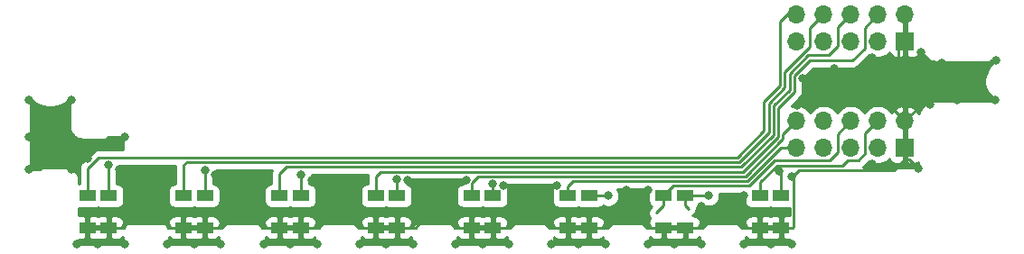
<source format=gtl>
G04 #@! TF.GenerationSoftware,KiCad,Pcbnew,(5.1.6-0-10_14)*
G04 #@! TF.CreationDate,2020-08-07T15:02:42+09:00*
G04 #@! TF.ProjectId,qPCR-photoarray,71504352-2d70-4686-9f74-6f6172726179,rev?*
G04 #@! TF.SameCoordinates,Original*
G04 #@! TF.FileFunction,Copper,L1,Top*
G04 #@! TF.FilePolarity,Positive*
%FSLAX46Y46*%
G04 Gerber Fmt 4.6, Leading zero omitted, Abs format (unit mm)*
G04 Created by KiCad (PCBNEW (5.1.6-0-10_14)) date 2020-08-07 15:02:42*
%MOMM*%
%LPD*%
G01*
G04 APERTURE LIST*
G04 #@! TA.AperFunction,ComponentPad*
%ADD10R,1.700000X1.700000*%
G04 #@! TD*
G04 #@! TA.AperFunction,ComponentPad*
%ADD11O,1.700000X1.700000*%
G04 #@! TD*
G04 #@! TA.AperFunction,SMDPad,CuDef*
%ADD12R,1.600000X1.000000*%
G04 #@! TD*
G04 #@! TA.AperFunction,ViaPad*
%ADD13C,0.800000*%
G04 #@! TD*
G04 #@! TA.AperFunction,Conductor*
%ADD14C,0.250000*%
G04 #@! TD*
G04 #@! TA.AperFunction,Conductor*
%ADD15C,0.254000*%
G04 #@! TD*
G04 APERTURE END LIST*
D10*
G04 #@! TO.P,U2,1*
G04 #@! TO.N,GND*
X193095000Y-102000000D03*
D11*
G04 #@! TO.P,U2,2*
X193095000Y-99460000D03*
G04 #@! TO.P,U2,3*
G04 #@! TO.N,OUT16*
X190555000Y-102000000D03*
G04 #@! TO.P,U2,4*
G04 #@! TO.N,OUT15*
X190555000Y-99460000D03*
G04 #@! TO.P,U2,5*
G04 #@! TO.N,OUT14*
X188015000Y-102000000D03*
G04 #@! TO.P,U2,6*
G04 #@! TO.N,OUT13*
X188015000Y-99460000D03*
G04 #@! TO.P,U2,7*
G04 #@! TO.N,OUT12*
X185475000Y-102000000D03*
G04 #@! TO.P,U2,8*
G04 #@! TO.N,OUT10*
X185475000Y-99460000D03*
G04 #@! TO.P,U2,9*
G04 #@! TO.N,OUT11*
X182935000Y-102000000D03*
G04 #@! TO.P,U2,10*
G04 #@! TO.N,OUT9*
X182935000Y-99460000D03*
G04 #@! TD*
D12*
G04 #@! TO.P,D10,1*
G04 #@! TO.N,OUT10*
X154500000Y-106500000D03*
G04 #@! TO.P,D10,2*
G04 #@! TO.N,GND*
X154500000Y-109500000D03*
G04 #@! TD*
G04 #@! TO.P,D4,1*
G04 #@! TO.N,OUT4*
X127500000Y-106500000D03*
G04 #@! TO.P,D4,2*
G04 #@! TO.N,GND*
X127500000Y-109500000D03*
G04 #@! TD*
G04 #@! TO.P,D2,1*
G04 #@! TO.N,OUT2*
X118500000Y-106500000D03*
G04 #@! TO.P,D2,2*
G04 #@! TO.N,GND*
X118500000Y-109500000D03*
G04 #@! TD*
G04 #@! TO.P,D1,1*
G04 #@! TO.N,OUT1*
X116500000Y-106500000D03*
G04 #@! TO.P,D1,2*
G04 #@! TO.N,GND*
X116500000Y-109500000D03*
G04 #@! TD*
G04 #@! TO.P,D3,1*
G04 #@! TO.N,OUT3*
X125500000Y-106500000D03*
G04 #@! TO.P,D3,2*
G04 #@! TO.N,GND*
X125500000Y-109500000D03*
G04 #@! TD*
G04 #@! TO.P,D5,1*
G04 #@! TO.N,OUT5*
X134500000Y-106500000D03*
G04 #@! TO.P,D5,2*
G04 #@! TO.N,GND*
X134500000Y-109500000D03*
G04 #@! TD*
G04 #@! TO.P,D6,1*
G04 #@! TO.N,OUT6*
X136500000Y-106500000D03*
G04 #@! TO.P,D6,2*
G04 #@! TO.N,GND*
X136500000Y-109500000D03*
G04 #@! TD*
G04 #@! TO.P,D7,1*
G04 #@! TO.N,OUT7*
X143500000Y-106500000D03*
G04 #@! TO.P,D7,2*
G04 #@! TO.N,GND*
X143500000Y-109500000D03*
G04 #@! TD*
G04 #@! TO.P,D8,1*
G04 #@! TO.N,OUT8*
X145500000Y-106500000D03*
G04 #@! TO.P,D8,2*
G04 #@! TO.N,GND*
X145500000Y-109500000D03*
G04 #@! TD*
G04 #@! TO.P,D9,1*
G04 #@! TO.N,OUT9*
X152500000Y-106500000D03*
G04 #@! TO.P,D9,2*
G04 #@! TO.N,GND*
X152500000Y-109500000D03*
G04 #@! TD*
G04 #@! TO.P,D11,1*
G04 #@! TO.N,OUT11*
X161500000Y-106500000D03*
G04 #@! TO.P,D11,2*
G04 #@! TO.N,GND*
X161500000Y-109500000D03*
G04 #@! TD*
G04 #@! TO.P,D12,1*
G04 #@! TO.N,OUT12*
X163500000Y-106500000D03*
G04 #@! TO.P,D12,2*
G04 #@! TO.N,GND*
X163500000Y-109500000D03*
G04 #@! TD*
G04 #@! TO.P,D13,1*
G04 #@! TO.N,OUT13*
X170500000Y-106500000D03*
G04 #@! TO.P,D13,2*
G04 #@! TO.N,GND*
X170500000Y-109500000D03*
G04 #@! TD*
G04 #@! TO.P,D14,1*
G04 #@! TO.N,OUT14*
X172500000Y-106500000D03*
G04 #@! TO.P,D14,2*
G04 #@! TO.N,GND*
X172500000Y-109500000D03*
G04 #@! TD*
G04 #@! TO.P,D15,1*
G04 #@! TO.N,OUT15*
X179500000Y-106500000D03*
G04 #@! TO.P,D15,2*
G04 #@! TO.N,GND*
X179500000Y-109500000D03*
G04 #@! TD*
G04 #@! TO.P,D16,1*
G04 #@! TO.N,OUT16*
X181500000Y-106500000D03*
G04 #@! TO.P,D16,2*
G04 #@! TO.N,GND*
X181500000Y-109500000D03*
G04 #@! TD*
D11*
G04 #@! TO.P,U1,10*
G04 #@! TO.N,OUT1*
X182935000Y-89460000D03*
G04 #@! TO.P,U1,9*
G04 #@! TO.N,OUT2*
X182935000Y-92000000D03*
G04 #@! TO.P,U1,8*
G04 #@! TO.N,OUT3*
X185475000Y-89460000D03*
G04 #@! TO.P,U1,7*
G04 #@! TO.N,OUT4*
X185475000Y-92000000D03*
G04 #@! TO.P,U1,6*
G04 #@! TO.N,OUT5*
X188015000Y-89460000D03*
G04 #@! TO.P,U1,5*
G04 #@! TO.N,OUT6*
X188015000Y-92000000D03*
G04 #@! TO.P,U1,4*
G04 #@! TO.N,OUT7*
X190555000Y-89460000D03*
G04 #@! TO.P,U1,3*
G04 #@! TO.N,OUT8*
X190555000Y-92000000D03*
G04 #@! TO.P,U1,2*
G04 #@! TO.N,GND*
X193095000Y-89460000D03*
D10*
G04 #@! TO.P,U1,1*
X193095000Y-92000000D03*
G04 #@! TD*
D13*
G04 #@! TO.N,GND*
X111000000Y-97500000D03*
X194500000Y-97000000D03*
X189500000Y-98000000D03*
X195400000Y-97900000D03*
X194600000Y-93000000D03*
X201600000Y-93800000D03*
X198200000Y-95500000D03*
X196500000Y-94000000D03*
X200000000Y-95000000D03*
X115000000Y-97500000D03*
X111000000Y-101000000D03*
X111000000Y-104000000D03*
X120000000Y-101000000D03*
X115000000Y-101000000D03*
X115000000Y-104000000D03*
X119500000Y-104000000D03*
X124500000Y-104000000D03*
X122000000Y-108500000D03*
X117500000Y-111000000D03*
X126500000Y-111000000D03*
X135500000Y-111000000D03*
X144500000Y-111000000D03*
X153500000Y-111000000D03*
X162500000Y-111000000D03*
X171500000Y-111000000D03*
X180500000Y-111000000D03*
X182500000Y-111000000D03*
X178000000Y-111000000D03*
X174000000Y-111000000D03*
X169000000Y-111000000D03*
X165000000Y-111000000D03*
X160000000Y-111000000D03*
X156000000Y-111000000D03*
X151000000Y-111000000D03*
X147000000Y-111000000D03*
X142000000Y-111000000D03*
X138000000Y-111000000D03*
X133000000Y-111000000D03*
X129000000Y-111000000D03*
X124000000Y-111000000D03*
X120000000Y-111000000D03*
X115500000Y-111000000D03*
X122000000Y-106000000D03*
X131000000Y-106000000D03*
X131000000Y-108500000D03*
X128500000Y-104500000D03*
X133500000Y-104500000D03*
X140000000Y-108500000D03*
X140000000Y-106000000D03*
X142500000Y-105000000D03*
X137500000Y-105000000D03*
X149000000Y-108500000D03*
X149000000Y-106500000D03*
X146500000Y-105000000D03*
X152000000Y-105000000D03*
X158000000Y-108500000D03*
X158000000Y-106500000D03*
X155500000Y-105500000D03*
X160500000Y-105500000D03*
X176000000Y-108500000D03*
X174000000Y-107500000D03*
X178000000Y-106500000D03*
X190000000Y-103500000D03*
X183500000Y-95500000D03*
X183000000Y-98000000D03*
X186500000Y-98000000D03*
X192000000Y-98000000D03*
X186500000Y-94500000D03*
X190000000Y-93500000D03*
X185500000Y-96500000D03*
X188500000Y-96000000D03*
X191000000Y-96000000D03*
X193000000Y-95500000D03*
X201500000Y-97500000D03*
X198000000Y-97500000D03*
X113000000Y-103000000D03*
X113000000Y-99000000D03*
X116500000Y-103000000D03*
X167000000Y-108500000D03*
X169000000Y-106000000D03*
X167000000Y-106000000D03*
X194300000Y-103900000D03*
X182500000Y-104700000D03*
G04 #@! TO.N,OUT2*
X118500000Y-103600010D03*
G04 #@! TO.N,OUT4*
X127500000Y-104100000D03*
G04 #@! TO.N,OUT6*
X136500000Y-104500028D03*
G04 #@! TO.N,OUT8*
X145500000Y-104950038D03*
G04 #@! TO.N,OUT10*
X154500000Y-105400046D03*
G04 #@! TO.N,OUT12*
X165300000Y-106500000D03*
G04 #@! TO.N,OUT14*
X174700000Y-106500000D03*
G04 #@! TO.N,OUT16*
X181300000Y-104200000D03*
G04 #@! TD*
D14*
G04 #@! TO.N,GND*
X116500000Y-109500000D02*
X118500000Y-109500000D01*
X125500000Y-109500000D02*
X127500000Y-109500000D01*
X134500000Y-109500000D02*
X136500000Y-109500000D01*
X143500000Y-109500000D02*
X145500000Y-109500000D01*
X152500000Y-109500000D02*
X154500000Y-109500000D01*
X161500000Y-109500000D02*
X163500000Y-109500000D01*
X170500000Y-109500000D02*
X172500000Y-109500000D01*
X179500000Y-109500000D02*
X181500000Y-109500000D01*
X193095000Y-99460000D02*
X193095000Y-102000000D01*
X194500000Y-98055000D02*
X194500000Y-97000000D01*
X193095000Y-99460000D02*
X194500000Y-98055000D01*
X194500000Y-96000000D02*
X192500000Y-94000000D01*
X194500000Y-97000000D02*
X194500000Y-96000000D01*
X192500000Y-92595000D02*
X193095000Y-92000000D01*
X192500000Y-94000000D02*
X192500000Y-92595000D01*
X193095000Y-89460000D02*
X193095000Y-92000000D01*
X196100000Y-94500000D02*
X196500000Y-94500000D01*
X199500000Y-94500000D02*
X200000000Y-95000000D01*
X201200000Y-93800000D02*
X200000000Y-95000000D01*
X201600000Y-93800000D02*
X201200000Y-93800000D01*
X200000000Y-96000000D02*
X200000000Y-95000000D01*
X198200000Y-94500000D02*
X199500000Y-94500000D01*
X198200000Y-96300000D02*
X198200000Y-94500000D01*
X196500000Y-94500000D02*
X198200000Y-94500000D01*
X195400000Y-94400000D02*
X195700000Y-94100000D01*
X195700000Y-94100000D02*
X196100000Y-94500000D01*
X194600000Y-93000000D02*
X195700000Y-94100000D01*
X194500000Y-97000000D02*
X195400000Y-97000000D01*
X195400000Y-97000000D02*
X195400000Y-94400000D01*
X195400000Y-97900000D02*
X195400000Y-97000000D01*
X118500000Y-109500000D02*
X119800000Y-109500000D01*
X119800000Y-109500000D02*
X120192144Y-109107856D01*
X124200000Y-109500000D02*
X125500000Y-109500000D01*
X123807856Y-109107856D02*
X124200000Y-109500000D01*
X127500000Y-109500000D02*
X129100000Y-109500000D01*
X129100000Y-109500000D02*
X129492144Y-109107856D01*
X132900000Y-109500000D02*
X134500000Y-109500000D01*
X132507856Y-109107856D02*
X132900000Y-109500000D01*
X136500000Y-109500000D02*
X138200000Y-109500000D01*
X138200000Y-109500000D02*
X138575754Y-109124246D01*
X141900000Y-109500000D02*
X143500000Y-109500000D01*
X141524246Y-109124246D02*
X141900000Y-109500000D01*
X150900000Y-109500000D02*
X152500000Y-109500000D01*
X147261496Y-109500000D02*
X147637250Y-109124246D01*
X150524246Y-109124246D02*
X150900000Y-109500000D01*
X145500000Y-109500000D02*
X147261496Y-109500000D01*
X154500000Y-109500000D02*
X156100000Y-109500000D01*
X156492144Y-109107856D02*
X159407856Y-109107856D01*
X156100000Y-109500000D02*
X156492144Y-109107856D01*
X159800000Y-109500000D02*
X161500000Y-109500000D01*
X159407856Y-109107856D02*
X159800000Y-109500000D01*
X163500000Y-109500000D02*
X165200000Y-109500000D01*
X165200000Y-109500000D02*
X165592144Y-109107856D01*
X168900000Y-109500000D02*
X170500000Y-109500000D01*
X168507856Y-109107856D02*
X168900000Y-109500000D01*
X172500000Y-109500000D02*
X174100000Y-109500000D01*
X174100000Y-109500000D02*
X174492144Y-109107856D01*
X177800000Y-109500000D02*
X179500000Y-109500000D01*
X177407856Y-109107856D02*
X177800000Y-109500000D01*
X182550000Y-109500000D02*
X182625001Y-109424999D01*
X182625001Y-109424999D02*
X182625001Y-105474999D01*
X181500000Y-109500000D02*
X182550000Y-109500000D01*
X112500000Y-99000000D02*
X113000000Y-99000000D01*
X111000000Y-97500000D02*
X112500000Y-99000000D01*
X113500000Y-99000000D02*
X113000000Y-99000000D01*
X115000000Y-97500000D02*
X113500000Y-99000000D01*
X111000000Y-101000000D02*
X113000000Y-99000000D01*
X115000000Y-101000000D02*
X113000000Y-99000000D01*
X113000000Y-103000000D02*
X115000000Y-101000000D01*
X115000000Y-101500000D02*
X115000000Y-101000000D01*
X116500000Y-103000000D02*
X115000000Y-101500000D01*
X118500000Y-101000000D02*
X116500000Y-103000000D01*
X120000000Y-101000000D02*
X118500000Y-101000000D01*
X115500000Y-111000000D02*
X117500000Y-111000000D01*
X118500000Y-109500000D02*
X118500000Y-111000000D01*
X118500000Y-111000000D02*
X120000000Y-111000000D01*
X117500000Y-111000000D02*
X118500000Y-111000000D01*
X122000000Y-109000000D02*
X121892144Y-109107856D01*
X122000000Y-108500000D02*
X122000000Y-109000000D01*
X121892144Y-109107856D02*
X123807856Y-109107856D01*
X120192144Y-109107856D02*
X121892144Y-109107856D01*
X122000000Y-106000000D02*
X122000000Y-108500000D01*
X121500000Y-106000000D02*
X122000000Y-106000000D01*
X119500000Y-104000000D02*
X121500000Y-106000000D01*
X122500000Y-106000000D02*
X122000000Y-106000000D01*
X124500000Y-104000000D02*
X122500000Y-106000000D01*
X131000000Y-109000000D02*
X130892144Y-109107856D01*
X130892144Y-109107856D02*
X132507856Y-109107856D01*
X131000000Y-108500000D02*
X131000000Y-109000000D01*
X129492144Y-109107856D02*
X130892144Y-109107856D01*
X124000000Y-111000000D02*
X126500000Y-111000000D01*
X127500000Y-109500000D02*
X127500000Y-111000000D01*
X127500000Y-111000000D02*
X129000000Y-111000000D01*
X126500000Y-111000000D02*
X127500000Y-111000000D01*
X131000000Y-106000000D02*
X131000000Y-108500000D01*
X129500000Y-104500000D02*
X131000000Y-106000000D01*
X128500000Y-104500000D02*
X129500000Y-104500000D01*
X132500000Y-104500000D02*
X131000000Y-106000000D01*
X133500000Y-104500000D02*
X132500000Y-104500000D01*
X133000000Y-111000000D02*
X135500000Y-111000000D01*
X136500000Y-109500000D02*
X136500000Y-111000000D01*
X136500000Y-111000000D02*
X138000000Y-111000000D01*
X135500000Y-111000000D02*
X136500000Y-111000000D01*
X139000000Y-105000000D02*
X140000000Y-106000000D01*
X137500000Y-105000000D02*
X139000000Y-105000000D01*
X141000000Y-105000000D02*
X140000000Y-106000000D01*
X142500000Y-105000000D02*
X141000000Y-105000000D01*
X140000000Y-106000000D02*
X140000000Y-108500000D01*
X140000000Y-109000000D02*
X140124246Y-109124246D01*
X140000000Y-108500000D02*
X140000000Y-109000000D01*
X140124246Y-109124246D02*
X141524246Y-109124246D01*
X138575754Y-109124246D02*
X140124246Y-109124246D01*
X142000000Y-111000000D02*
X144500000Y-111000000D01*
X145500000Y-109500000D02*
X145500000Y-111000000D01*
X145500000Y-111000000D02*
X147000000Y-111000000D01*
X144500000Y-111000000D02*
X145500000Y-111000000D01*
X147500000Y-105000000D02*
X149000000Y-106500000D01*
X146500000Y-105000000D02*
X147500000Y-105000000D01*
X150500000Y-105000000D02*
X149000000Y-106500000D01*
X152000000Y-105000000D02*
X150500000Y-105000000D01*
X149000000Y-106500000D02*
X149000000Y-108500000D01*
X149000000Y-109000000D02*
X149124246Y-109124246D01*
X149000000Y-108500000D02*
X149000000Y-109000000D01*
X149124246Y-109124246D02*
X150524246Y-109124246D01*
X147637250Y-109124246D02*
X149124246Y-109124246D01*
X151000000Y-111000000D02*
X153500000Y-111000000D01*
X154500000Y-109500000D02*
X154500000Y-111000000D01*
X154500000Y-111000000D02*
X156000000Y-111000000D01*
X153500000Y-111000000D02*
X154500000Y-111000000D01*
X157000000Y-105500000D02*
X158000000Y-106500000D01*
X155500000Y-105500000D02*
X157000000Y-105500000D01*
X159000000Y-105500000D02*
X158000000Y-106500000D01*
X160500000Y-105500000D02*
X159000000Y-105500000D01*
X158000000Y-106500000D02*
X158000000Y-108500000D01*
X158000000Y-108500000D02*
X158000000Y-109000000D01*
X160000000Y-111000000D02*
X162500000Y-111000000D01*
X163500000Y-109500000D02*
X163500000Y-111000000D01*
X163500000Y-111000000D02*
X165000000Y-111000000D01*
X162500000Y-111000000D02*
X163500000Y-111000000D01*
X169000000Y-106000000D02*
X167000000Y-106000000D01*
X167000000Y-106000000D02*
X167000000Y-108500000D01*
X167000000Y-109000000D02*
X167107856Y-109107856D01*
X167000000Y-108500000D02*
X167000000Y-109000000D01*
X167107856Y-109107856D02*
X168507856Y-109107856D01*
X165592144Y-109107856D02*
X167107856Y-109107856D01*
X169000000Y-111000000D02*
X171500000Y-111000000D01*
X172500000Y-109500000D02*
X172500000Y-111000000D01*
X172500000Y-111000000D02*
X174000000Y-111000000D01*
X171500000Y-111000000D02*
X172500000Y-111000000D01*
X175000000Y-107500000D02*
X176000000Y-108500000D01*
X174000000Y-107500000D02*
X175000000Y-107500000D01*
X178000000Y-106500000D02*
X176000000Y-108500000D01*
X176000000Y-108500000D02*
X176000000Y-109000000D01*
X176000000Y-109000000D02*
X175892144Y-109107856D01*
X175892144Y-109107856D02*
X177407856Y-109107856D01*
X174492144Y-109107856D02*
X175892144Y-109107856D01*
X178000000Y-111000000D02*
X180500000Y-111000000D01*
X181500000Y-109500000D02*
X181500000Y-111000000D01*
X181500000Y-111000000D02*
X182500000Y-111000000D01*
X180500000Y-111000000D02*
X181500000Y-111000000D01*
X183500000Y-97500000D02*
X183500000Y-95500000D01*
X183000000Y-98000000D02*
X183500000Y-97500000D01*
X192000000Y-98365000D02*
X193095000Y-99460000D01*
X192000000Y-98000000D02*
X192000000Y-98365000D01*
X192000000Y-98000000D02*
X189500000Y-98000000D01*
X189500000Y-98000000D02*
X186500000Y-98000000D01*
X186500000Y-98000000D02*
X183000000Y-98000000D01*
X185500000Y-95500000D02*
X186500000Y-94500000D01*
X183500000Y-95500000D02*
X185500000Y-95500000D01*
X185500000Y-96500000D02*
X185500000Y-95500000D01*
X186000000Y-96000000D02*
X185500000Y-96500000D01*
X188500000Y-96000000D02*
X186000000Y-96000000D01*
X188500000Y-96000000D02*
X191000000Y-96000000D01*
X190000000Y-95000000D02*
X191000000Y-96000000D01*
X190000000Y-93500000D02*
X190000000Y-95000000D01*
X191500000Y-95500000D02*
X191000000Y-96000000D01*
X193000000Y-95500000D02*
X191500000Y-95500000D01*
X198000000Y-96500000D02*
X198200000Y-96300000D01*
X198000000Y-97500000D02*
X198000000Y-96500000D01*
X201500000Y-97500000D02*
X200000000Y-96000000D01*
X183136506Y-104124990D02*
X182624990Y-104636506D01*
X193095000Y-103100000D02*
X192070010Y-104124990D01*
X193095000Y-102000000D02*
X193095000Y-103100000D01*
X190000000Y-104049980D02*
X189924990Y-104124990D01*
X190000000Y-103500000D02*
X190000000Y-104049980D01*
X189924990Y-104124990D02*
X183136506Y-104124990D01*
X192070010Y-104124990D02*
X189924990Y-104124990D01*
X182500000Y-104850020D02*
X182624990Y-104975010D01*
X182500000Y-104700000D02*
X182500000Y-104850020D01*
X182624990Y-104975010D02*
X182624990Y-105474999D01*
X182624990Y-104636506D02*
X182624990Y-104975010D01*
X193500000Y-103100000D02*
X193095000Y-103100000D01*
X194300000Y-103900000D02*
X193500000Y-103100000D01*
X112000000Y-104000000D02*
X113000000Y-103000000D01*
X111000000Y-104000000D02*
X112000000Y-104000000D01*
G04 #@! TO.N,OUT1*
X116500000Y-106500000D02*
X116200000Y-106500000D01*
X182040000Y-89460000D02*
X182935000Y-89460000D01*
X181375010Y-90124990D02*
X182040000Y-89460000D01*
X117524990Y-102875010D02*
X177386674Y-102875010D01*
X116500000Y-103900000D02*
X117524990Y-102875010D01*
X116500000Y-106500000D02*
X116500000Y-103900000D01*
X177386674Y-102875010D02*
X179875010Y-100386674D01*
X181375010Y-96155334D02*
X181375010Y-94524990D01*
X179875010Y-97655334D02*
X181375010Y-96155334D01*
X179875010Y-100386674D02*
X179875010Y-97655334D01*
X181375010Y-94524990D02*
X181375010Y-90124990D01*
X181375010Y-94655334D02*
X181375010Y-94524990D01*
G04 #@! TO.N,OUT2*
X118500000Y-106500000D02*
X118800000Y-106500000D01*
X118500000Y-106500000D02*
X118500000Y-103600010D01*
G04 #@! TO.N,OUT3*
X125500000Y-106500000D02*
X125200000Y-106500000D01*
X125500000Y-106500000D02*
X125500000Y-103625020D01*
X125800000Y-103325020D02*
X177573075Y-103325019D01*
X125500000Y-103625020D02*
X125800000Y-103325020D01*
X184200000Y-90735000D02*
X185475000Y-89460000D01*
X184200000Y-92466754D02*
X184200000Y-90735000D01*
X177573075Y-103325019D02*
X180325020Y-100573074D01*
X180325020Y-100573074D02*
X180325020Y-97841734D01*
X180325020Y-97841734D02*
X181825020Y-96341734D01*
X181825020Y-94841734D02*
X181825020Y-96341734D01*
X184200000Y-92466754D02*
X181825020Y-94841734D01*
G04 #@! TO.N,OUT4*
X127500000Y-106500000D02*
X127900000Y-106500000D01*
X127500000Y-106500000D02*
X127500000Y-104100000D01*
G04 #@! TO.N,OUT5*
X134500000Y-106500000D02*
X134200000Y-106500000D01*
X186800000Y-90675000D02*
X188015000Y-89460000D01*
X186800000Y-92414002D02*
X186800000Y-90675000D01*
X184003164Y-93300000D02*
X185914002Y-93300000D01*
X185914002Y-93300000D02*
X186800000Y-92414002D01*
X134500000Y-104400000D02*
X135124972Y-103775028D01*
X135124972Y-103775028D02*
X177759476Y-103775028D01*
X134500000Y-106500000D02*
X134500000Y-104400000D01*
X182275030Y-95028134D02*
X184003164Y-93300000D01*
X180775030Y-98028134D02*
X182275030Y-96528134D01*
X182275030Y-96528134D02*
X182275030Y-95028134D01*
X180775030Y-100759474D02*
X180775030Y-98028134D01*
X177759476Y-103775028D02*
X180775030Y-100759474D01*
G04 #@! TO.N,OUT6*
X136500000Y-106500000D02*
X136700000Y-106500000D01*
X136500000Y-106500000D02*
X136500000Y-105000000D01*
X136500000Y-105000000D02*
X136500000Y-104500028D01*
G04 #@! TO.N,OUT7*
X143500000Y-106500000D02*
X143200000Y-106500000D01*
X184189564Y-93750010D02*
X188193990Y-93750010D01*
X188193990Y-93750010D02*
X189300000Y-92644000D01*
X189300000Y-90715000D02*
X190555000Y-89460000D01*
X144000000Y-104225038D02*
X177945877Y-104225037D01*
X143500000Y-106500000D02*
X143500000Y-104725038D01*
X143500000Y-104725038D02*
X144000000Y-104225038D01*
X189300000Y-92644000D02*
X189300000Y-90715000D01*
X181225039Y-98214535D02*
X182725040Y-96714534D01*
X181225039Y-100945875D02*
X181225039Y-98214535D01*
X177945877Y-104225037D02*
X181225039Y-100945875D01*
X182725040Y-96714534D02*
X182725040Y-95214534D01*
X182725040Y-95214534D02*
X184189564Y-93750010D01*
G04 #@! TO.N,OUT8*
X145500000Y-106500000D02*
X145800000Y-106500000D01*
X145500000Y-106500000D02*
X145500000Y-105000000D01*
X145500000Y-105000000D02*
X145500000Y-104950038D01*
G04 #@! TO.N,OUT9*
X152500000Y-106500000D02*
X152500000Y-105275047D01*
X153100001Y-104675046D02*
X178132278Y-104675046D01*
X152500000Y-105275047D02*
X153100001Y-104675046D01*
X181675049Y-100719951D02*
X182935000Y-99460000D01*
X181675049Y-101132275D02*
X181675049Y-100719951D01*
X178132278Y-104675046D02*
X181675049Y-101132275D01*
G04 #@! TO.N,OUT10*
X154500000Y-106500000D02*
X154500000Y-105400000D01*
X154500000Y-105400000D02*
X154500000Y-105400046D01*
G04 #@! TO.N,OUT11*
X181443734Y-102000000D02*
X182935000Y-102000000D01*
X178318679Y-105125055D02*
X181443734Y-102000000D01*
X161500000Y-105625056D02*
X162000000Y-105125056D01*
X162000000Y-105125056D02*
X178318679Y-105125055D01*
X161500000Y-106500000D02*
X161500000Y-105625056D01*
G04 #@! TO.N,OUT12*
X163500000Y-106500000D02*
X165300000Y-106500000D01*
G04 #@! TO.N,OUT13*
X170500000Y-106500000D02*
X170500000Y-107400000D01*
X170500000Y-107400000D02*
X169800000Y-108100000D01*
X186800000Y-100675000D02*
X188015000Y-99460000D01*
X186800000Y-102414002D02*
X186800000Y-100675000D01*
X170500000Y-106500000D02*
X171424936Y-105575064D01*
X186014002Y-103200000D02*
X186800000Y-102414002D01*
X178524936Y-105575064D02*
X180900000Y-103200000D01*
X180900000Y-103200000D02*
X186014002Y-103200000D01*
X171424936Y-105575064D02*
X178524936Y-105575064D01*
G04 #@! TO.N,OUT14*
X172500000Y-106500000D02*
X172500000Y-107400000D01*
X172500000Y-107400000D02*
X172800000Y-107700000D01*
X172500000Y-106500000D02*
X174700000Y-106500000D01*
G04 #@! TO.N,OUT15*
X179500000Y-106500000D02*
X179200000Y-106500000D01*
X189379999Y-102520001D02*
X189379999Y-100635001D01*
X188724999Y-103175001D02*
X189379999Y-102520001D01*
X187724999Y-103175001D02*
X188724999Y-103175001D01*
X187249990Y-103650010D02*
X187724999Y-103175001D01*
X181086400Y-103650010D02*
X187249990Y-103650010D01*
X189379999Y-100635001D02*
X190555000Y-99460000D01*
X179500000Y-105236410D02*
X181086400Y-103650010D01*
X179500000Y-106500000D02*
X179500000Y-105236410D01*
G04 #@! TO.N,OUT16*
X181500000Y-104400000D02*
X181300000Y-104200000D01*
X181500000Y-106500000D02*
X181500000Y-104400000D01*
G04 #@! TD*
D15*
G04 #@! TO.N,GND*
G36*
X178061928Y-107000000D02*
G01*
X178074188Y-107124482D01*
X178110498Y-107244180D01*
X178169463Y-107354494D01*
X178248815Y-107451185D01*
X178345506Y-107530537D01*
X178455820Y-107589502D01*
X178575518Y-107625812D01*
X178700000Y-107638072D01*
X180300000Y-107638072D01*
X180424482Y-107625812D01*
X180500000Y-107602904D01*
X180575518Y-107625812D01*
X180700000Y-107638072D01*
X182300000Y-107638072D01*
X182315001Y-107636595D01*
X182315000Y-108363405D01*
X182300000Y-108361928D01*
X181785750Y-108365000D01*
X181627000Y-108523750D01*
X181627000Y-109373000D01*
X181647000Y-109373000D01*
X181647000Y-109627000D01*
X181627000Y-109627000D01*
X181627000Y-110476250D01*
X181785750Y-110635000D01*
X182300000Y-110638072D01*
X182315000Y-110636595D01*
X182315000Y-110815000D01*
X178185000Y-110815000D01*
X178185000Y-110373426D01*
X178248815Y-110451185D01*
X178345506Y-110530537D01*
X178455820Y-110589502D01*
X178575518Y-110625812D01*
X178700000Y-110638072D01*
X179214250Y-110635000D01*
X179373000Y-110476250D01*
X179373000Y-109627000D01*
X179627000Y-109627000D01*
X179627000Y-110476250D01*
X179785750Y-110635000D01*
X180300000Y-110638072D01*
X180424482Y-110625812D01*
X180500000Y-110602904D01*
X180575518Y-110625812D01*
X180700000Y-110638072D01*
X181214250Y-110635000D01*
X181373000Y-110476250D01*
X181373000Y-109627000D01*
X179627000Y-109627000D01*
X179373000Y-109627000D01*
X179353000Y-109627000D01*
X179353000Y-109373000D01*
X179373000Y-109373000D01*
X179373000Y-108523750D01*
X179627000Y-108523750D01*
X179627000Y-109373000D01*
X181373000Y-109373000D01*
X181373000Y-108523750D01*
X181214250Y-108365000D01*
X180700000Y-108361928D01*
X180575518Y-108374188D01*
X180500000Y-108397096D01*
X180424482Y-108374188D01*
X180300000Y-108361928D01*
X179785750Y-108365000D01*
X179627000Y-108523750D01*
X179373000Y-108523750D01*
X179214250Y-108365000D01*
X178700000Y-108361928D01*
X178575518Y-108374188D01*
X178455820Y-108410498D01*
X178345506Y-108469463D01*
X178248815Y-108548815D01*
X178169463Y-108645506D01*
X178110498Y-108755820D01*
X178074188Y-108875518D01*
X178061928Y-109000000D01*
X178065000Y-109214250D01*
X178223748Y-109372998D01*
X178065000Y-109372998D01*
X178065000Y-109483278D01*
X178063489Y-109480436D01*
X178017077Y-109394598D01*
X177982350Y-109343115D01*
X177948364Y-109291179D01*
X177942320Y-109283767D01*
X177880118Y-109208579D01*
X177836051Y-109164818D01*
X177792630Y-109120478D01*
X177785261Y-109114381D01*
X177709640Y-109052706D01*
X177657959Y-109018368D01*
X177606694Y-108983267D01*
X177598281Y-108978718D01*
X177512120Y-108932906D01*
X177454704Y-108909242D01*
X177397661Y-108884792D01*
X177388525Y-108881964D01*
X177295107Y-108853759D01*
X177234195Y-108841698D01*
X177173471Y-108828791D01*
X177163959Y-108827791D01*
X177066841Y-108818269D01*
X177066837Y-108818269D01*
X177033647Y-108815000D01*
X174966353Y-108815000D01*
X174937399Y-108817852D01*
X174934427Y-108817831D01*
X174924909Y-108818764D01*
X174876790Y-108823821D01*
X174865717Y-108824912D01*
X174865348Y-108825024D01*
X174827860Y-108828964D01*
X174767017Y-108841453D01*
X174706058Y-108853082D01*
X174696902Y-108855846D01*
X174603683Y-108884702D01*
X174546434Y-108908768D01*
X174488881Y-108932021D01*
X174480436Y-108936511D01*
X174394598Y-108982923D01*
X174343115Y-109017650D01*
X174291179Y-109051636D01*
X174283767Y-109057680D01*
X174208579Y-109119882D01*
X174164818Y-109163949D01*
X174120478Y-109207370D01*
X174114381Y-109214739D01*
X174052706Y-109290360D01*
X174018368Y-109342041D01*
X173983267Y-109393306D01*
X173978718Y-109401719D01*
X173935000Y-109483942D01*
X173935000Y-109372998D01*
X173776252Y-109372998D01*
X173935000Y-109214250D01*
X173938072Y-109000000D01*
X173925812Y-108875518D01*
X173889502Y-108755820D01*
X173830537Y-108645506D01*
X173751185Y-108548815D01*
X173654494Y-108469463D01*
X173544180Y-108410498D01*
X173424482Y-108374188D01*
X173300000Y-108361928D01*
X173172423Y-108362690D01*
X173224276Y-108334974D01*
X173340001Y-108240001D01*
X173434974Y-108124276D01*
X173505546Y-107992246D01*
X173549002Y-107848985D01*
X173563676Y-107699999D01*
X173552362Y-107585128D01*
X173654494Y-107530537D01*
X173751185Y-107451185D01*
X173830537Y-107354494D01*
X173881046Y-107260000D01*
X173996289Y-107260000D01*
X174040226Y-107303937D01*
X174209744Y-107417205D01*
X174398102Y-107495226D01*
X174598061Y-107535000D01*
X174801939Y-107535000D01*
X175001898Y-107495226D01*
X175190256Y-107417205D01*
X175359774Y-107303937D01*
X175503937Y-107159774D01*
X175617205Y-106990256D01*
X175695226Y-106801898D01*
X175735000Y-106601939D01*
X175735000Y-106398061D01*
X175722469Y-106335064D01*
X178061928Y-106335064D01*
X178061928Y-107000000D01*
G37*
X178061928Y-107000000D02*
X178074188Y-107124482D01*
X178110498Y-107244180D01*
X178169463Y-107354494D01*
X178248815Y-107451185D01*
X178345506Y-107530537D01*
X178455820Y-107589502D01*
X178575518Y-107625812D01*
X178700000Y-107638072D01*
X180300000Y-107638072D01*
X180424482Y-107625812D01*
X180500000Y-107602904D01*
X180575518Y-107625812D01*
X180700000Y-107638072D01*
X182300000Y-107638072D01*
X182315001Y-107636595D01*
X182315000Y-108363405D01*
X182300000Y-108361928D01*
X181785750Y-108365000D01*
X181627000Y-108523750D01*
X181627000Y-109373000D01*
X181647000Y-109373000D01*
X181647000Y-109627000D01*
X181627000Y-109627000D01*
X181627000Y-110476250D01*
X181785750Y-110635000D01*
X182300000Y-110638072D01*
X182315000Y-110636595D01*
X182315000Y-110815000D01*
X178185000Y-110815000D01*
X178185000Y-110373426D01*
X178248815Y-110451185D01*
X178345506Y-110530537D01*
X178455820Y-110589502D01*
X178575518Y-110625812D01*
X178700000Y-110638072D01*
X179214250Y-110635000D01*
X179373000Y-110476250D01*
X179373000Y-109627000D01*
X179627000Y-109627000D01*
X179627000Y-110476250D01*
X179785750Y-110635000D01*
X180300000Y-110638072D01*
X180424482Y-110625812D01*
X180500000Y-110602904D01*
X180575518Y-110625812D01*
X180700000Y-110638072D01*
X181214250Y-110635000D01*
X181373000Y-110476250D01*
X181373000Y-109627000D01*
X179627000Y-109627000D01*
X179373000Y-109627000D01*
X179353000Y-109627000D01*
X179353000Y-109373000D01*
X179373000Y-109373000D01*
X179373000Y-108523750D01*
X179627000Y-108523750D01*
X179627000Y-109373000D01*
X181373000Y-109373000D01*
X181373000Y-108523750D01*
X181214250Y-108365000D01*
X180700000Y-108361928D01*
X180575518Y-108374188D01*
X180500000Y-108397096D01*
X180424482Y-108374188D01*
X180300000Y-108361928D01*
X179785750Y-108365000D01*
X179627000Y-108523750D01*
X179373000Y-108523750D01*
X179214250Y-108365000D01*
X178700000Y-108361928D01*
X178575518Y-108374188D01*
X178455820Y-108410498D01*
X178345506Y-108469463D01*
X178248815Y-108548815D01*
X178169463Y-108645506D01*
X178110498Y-108755820D01*
X178074188Y-108875518D01*
X178061928Y-109000000D01*
X178065000Y-109214250D01*
X178223748Y-109372998D01*
X178065000Y-109372998D01*
X178065000Y-109483278D01*
X178063489Y-109480436D01*
X178017077Y-109394598D01*
X177982350Y-109343115D01*
X177948364Y-109291179D01*
X177942320Y-109283767D01*
X177880118Y-109208579D01*
X177836051Y-109164818D01*
X177792630Y-109120478D01*
X177785261Y-109114381D01*
X177709640Y-109052706D01*
X177657959Y-109018368D01*
X177606694Y-108983267D01*
X177598281Y-108978718D01*
X177512120Y-108932906D01*
X177454704Y-108909242D01*
X177397661Y-108884792D01*
X177388525Y-108881964D01*
X177295107Y-108853759D01*
X177234195Y-108841698D01*
X177173471Y-108828791D01*
X177163959Y-108827791D01*
X177066841Y-108818269D01*
X177066837Y-108818269D01*
X177033647Y-108815000D01*
X174966353Y-108815000D01*
X174937399Y-108817852D01*
X174934427Y-108817831D01*
X174924909Y-108818764D01*
X174876790Y-108823821D01*
X174865717Y-108824912D01*
X174865348Y-108825024D01*
X174827860Y-108828964D01*
X174767017Y-108841453D01*
X174706058Y-108853082D01*
X174696902Y-108855846D01*
X174603683Y-108884702D01*
X174546434Y-108908768D01*
X174488881Y-108932021D01*
X174480436Y-108936511D01*
X174394598Y-108982923D01*
X174343115Y-109017650D01*
X174291179Y-109051636D01*
X174283767Y-109057680D01*
X174208579Y-109119882D01*
X174164818Y-109163949D01*
X174120478Y-109207370D01*
X174114381Y-109214739D01*
X174052706Y-109290360D01*
X174018368Y-109342041D01*
X173983267Y-109393306D01*
X173978718Y-109401719D01*
X173935000Y-109483942D01*
X173935000Y-109372998D01*
X173776252Y-109372998D01*
X173935000Y-109214250D01*
X173938072Y-109000000D01*
X173925812Y-108875518D01*
X173889502Y-108755820D01*
X173830537Y-108645506D01*
X173751185Y-108548815D01*
X173654494Y-108469463D01*
X173544180Y-108410498D01*
X173424482Y-108374188D01*
X173300000Y-108361928D01*
X173172423Y-108362690D01*
X173224276Y-108334974D01*
X173340001Y-108240001D01*
X173434974Y-108124276D01*
X173505546Y-107992246D01*
X173549002Y-107848985D01*
X173563676Y-107699999D01*
X173552362Y-107585128D01*
X173654494Y-107530537D01*
X173751185Y-107451185D01*
X173830537Y-107354494D01*
X173881046Y-107260000D01*
X173996289Y-107260000D01*
X174040226Y-107303937D01*
X174209744Y-107417205D01*
X174398102Y-107495226D01*
X174598061Y-107535000D01*
X174801939Y-107535000D01*
X175001898Y-107495226D01*
X175190256Y-107417205D01*
X175359774Y-107303937D01*
X175503937Y-107159774D01*
X175617205Y-106990256D01*
X175695226Y-106801898D01*
X175735000Y-106601939D01*
X175735000Y-106398061D01*
X175722469Y-106335064D01*
X178061928Y-106335064D01*
X178061928Y-107000000D01*
G36*
X170627000Y-109373000D02*
G01*
X172373000Y-109373000D01*
X172373000Y-109353000D01*
X172627000Y-109353000D01*
X172627000Y-109373000D01*
X172647000Y-109373000D01*
X172647000Y-109627000D01*
X172627000Y-109627000D01*
X172627000Y-110476250D01*
X172785750Y-110635000D01*
X173300000Y-110638072D01*
X173424482Y-110625812D01*
X173544180Y-110589502D01*
X173654494Y-110530537D01*
X173751185Y-110451185D01*
X173815001Y-110373425D01*
X173815000Y-110815000D01*
X169185000Y-110815000D01*
X169185000Y-110373426D01*
X169248815Y-110451185D01*
X169345506Y-110530537D01*
X169455820Y-110589502D01*
X169575518Y-110625812D01*
X169700000Y-110638072D01*
X170214250Y-110635000D01*
X170373000Y-110476250D01*
X170373000Y-109627000D01*
X170627000Y-109627000D01*
X170627000Y-110476250D01*
X170785750Y-110635000D01*
X171300000Y-110638072D01*
X171424482Y-110625812D01*
X171500000Y-110602904D01*
X171575518Y-110625812D01*
X171700000Y-110638072D01*
X172214250Y-110635000D01*
X172373000Y-110476250D01*
X172373000Y-109627000D01*
X170627000Y-109627000D01*
X170373000Y-109627000D01*
X170353000Y-109627000D01*
X170353000Y-109373000D01*
X170373000Y-109373000D01*
X170373000Y-109353000D01*
X170627000Y-109353000D01*
X170627000Y-109373000D01*
G37*
X170627000Y-109373000D02*
X172373000Y-109373000D01*
X172373000Y-109353000D01*
X172627000Y-109353000D01*
X172627000Y-109373000D01*
X172647000Y-109373000D01*
X172647000Y-109627000D01*
X172627000Y-109627000D01*
X172627000Y-110476250D01*
X172785750Y-110635000D01*
X173300000Y-110638072D01*
X173424482Y-110625812D01*
X173544180Y-110589502D01*
X173654494Y-110530537D01*
X173751185Y-110451185D01*
X173815001Y-110373425D01*
X173815000Y-110815000D01*
X169185000Y-110815000D01*
X169185000Y-110373426D01*
X169248815Y-110451185D01*
X169345506Y-110530537D01*
X169455820Y-110589502D01*
X169575518Y-110625812D01*
X169700000Y-110638072D01*
X170214250Y-110635000D01*
X170373000Y-110476250D01*
X170373000Y-109627000D01*
X170627000Y-109627000D01*
X170627000Y-110476250D01*
X170785750Y-110635000D01*
X171300000Y-110638072D01*
X171424482Y-110625812D01*
X171500000Y-110602904D01*
X171575518Y-110625812D01*
X171700000Y-110638072D01*
X172214250Y-110635000D01*
X172373000Y-110476250D01*
X172373000Y-109627000D01*
X170627000Y-109627000D01*
X170373000Y-109627000D01*
X170353000Y-109627000D01*
X170353000Y-109373000D01*
X170373000Y-109373000D01*
X170373000Y-109353000D01*
X170627000Y-109353000D01*
X170627000Y-109373000D01*
G36*
X124740001Y-103662352D02*
G01*
X124740000Y-105361928D01*
X124700000Y-105361928D01*
X124575518Y-105374188D01*
X124455820Y-105410498D01*
X124345506Y-105469463D01*
X124248815Y-105548815D01*
X124169463Y-105645506D01*
X124110498Y-105755820D01*
X124074188Y-105875518D01*
X124061928Y-106000000D01*
X124061928Y-107000000D01*
X124074188Y-107124482D01*
X124110498Y-107244180D01*
X124169463Y-107354494D01*
X124248815Y-107451185D01*
X124345506Y-107530537D01*
X124455820Y-107589502D01*
X124575518Y-107625812D01*
X124700000Y-107638072D01*
X126300000Y-107638072D01*
X126424482Y-107625812D01*
X126500000Y-107602904D01*
X126575518Y-107625812D01*
X126700000Y-107638072D01*
X128300000Y-107638072D01*
X128424482Y-107625812D01*
X128544180Y-107589502D01*
X128654494Y-107530537D01*
X128751185Y-107451185D01*
X128830537Y-107354494D01*
X128889502Y-107244180D01*
X128925812Y-107124482D01*
X128938072Y-107000000D01*
X128938072Y-106000000D01*
X128925812Y-105875518D01*
X128889502Y-105755820D01*
X128830537Y-105645506D01*
X128751185Y-105548815D01*
X128654494Y-105469463D01*
X128544180Y-105410498D01*
X128424482Y-105374188D01*
X128300000Y-105361928D01*
X128260000Y-105361928D01*
X128260000Y-104803711D01*
X128303937Y-104759774D01*
X128417205Y-104590256D01*
X128495226Y-104401898D01*
X128535000Y-104201939D01*
X128535000Y-104085020D01*
X133806606Y-104085020D01*
X133794454Y-104107754D01*
X133769924Y-104188623D01*
X133750998Y-104251014D01*
X133741755Y-104344863D01*
X133736324Y-104400000D01*
X133740001Y-104437332D01*
X133740001Y-105361928D01*
X133700000Y-105361928D01*
X133575518Y-105374188D01*
X133455820Y-105410498D01*
X133345506Y-105469463D01*
X133248815Y-105548815D01*
X133169463Y-105645506D01*
X133110498Y-105755820D01*
X133074188Y-105875518D01*
X133061928Y-106000000D01*
X133061928Y-107000000D01*
X133074188Y-107124482D01*
X133110498Y-107244180D01*
X133169463Y-107354494D01*
X133248815Y-107451185D01*
X133345506Y-107530537D01*
X133455820Y-107589502D01*
X133575518Y-107625812D01*
X133700000Y-107638072D01*
X135300000Y-107638072D01*
X135424482Y-107625812D01*
X135500000Y-107602904D01*
X135575518Y-107625812D01*
X135700000Y-107638072D01*
X137300000Y-107638072D01*
X137424482Y-107625812D01*
X137544180Y-107589502D01*
X137654494Y-107530537D01*
X137751185Y-107451185D01*
X137830537Y-107354494D01*
X137889502Y-107244180D01*
X137925812Y-107124482D01*
X137938072Y-107000000D01*
X137938072Y-106000000D01*
X137925812Y-105875518D01*
X137889502Y-105755820D01*
X137830537Y-105645506D01*
X137751185Y-105548815D01*
X137654494Y-105469463D01*
X137544180Y-105410498D01*
X137424482Y-105374188D01*
X137300000Y-105361928D01*
X137260000Y-105361928D01*
X137260000Y-105203739D01*
X137303937Y-105159802D01*
X137417205Y-104990284D01*
X137495226Y-104801926D01*
X137535000Y-104601967D01*
X137535000Y-104535028D01*
X142763442Y-104535028D01*
X142750998Y-104576052D01*
X142743486Y-104652324D01*
X142736324Y-104725038D01*
X142740001Y-104762370D01*
X142740001Y-105361928D01*
X142700000Y-105361928D01*
X142575518Y-105374188D01*
X142455820Y-105410498D01*
X142345506Y-105469463D01*
X142248815Y-105548815D01*
X142169463Y-105645506D01*
X142110498Y-105755820D01*
X142074188Y-105875518D01*
X142061928Y-106000000D01*
X142061928Y-107000000D01*
X142074188Y-107124482D01*
X142110498Y-107244180D01*
X142169463Y-107354494D01*
X142248815Y-107451185D01*
X142345506Y-107530537D01*
X142455820Y-107589502D01*
X142575518Y-107625812D01*
X142700000Y-107638072D01*
X144300000Y-107638072D01*
X144424482Y-107625812D01*
X144500000Y-107602904D01*
X144575518Y-107625812D01*
X144700000Y-107638072D01*
X146300000Y-107638072D01*
X146424482Y-107625812D01*
X146544180Y-107589502D01*
X146654494Y-107530537D01*
X146751185Y-107451185D01*
X146830537Y-107354494D01*
X146889502Y-107244180D01*
X146925812Y-107124482D01*
X146938072Y-107000000D01*
X146938072Y-106000000D01*
X146925812Y-105875518D01*
X146889502Y-105755820D01*
X146830537Y-105645506D01*
X146751185Y-105548815D01*
X146654494Y-105469463D01*
X146544180Y-105410498D01*
X146442343Y-105379606D01*
X146495226Y-105251936D01*
X146535000Y-105051977D01*
X146535000Y-104985038D01*
X151793776Y-104985038D01*
X151768962Y-105066841D01*
X151750998Y-105126061D01*
X151743639Y-105200780D01*
X151736324Y-105275047D01*
X151740001Y-105312379D01*
X151740001Y-105361928D01*
X151700000Y-105361928D01*
X151575518Y-105374188D01*
X151455820Y-105410498D01*
X151345506Y-105469463D01*
X151248815Y-105548815D01*
X151169463Y-105645506D01*
X151110498Y-105755820D01*
X151074188Y-105875518D01*
X151061928Y-106000000D01*
X151061928Y-107000000D01*
X151074188Y-107124482D01*
X151110498Y-107244180D01*
X151169463Y-107354494D01*
X151248815Y-107451185D01*
X151345506Y-107530537D01*
X151455820Y-107589502D01*
X151575518Y-107625812D01*
X151700000Y-107638072D01*
X153300000Y-107638072D01*
X153424482Y-107625812D01*
X153500000Y-107602904D01*
X153575518Y-107625812D01*
X153700000Y-107638072D01*
X155300000Y-107638072D01*
X155424482Y-107625812D01*
X155544180Y-107589502D01*
X155654494Y-107530537D01*
X155751185Y-107451185D01*
X155830537Y-107354494D01*
X155889502Y-107244180D01*
X155925812Y-107124482D01*
X155938072Y-107000000D01*
X155938072Y-106000000D01*
X155925812Y-105875518D01*
X155889502Y-105755820D01*
X155830537Y-105645506D01*
X155751185Y-105548815D01*
X155654494Y-105469463D01*
X155590105Y-105435046D01*
X160409895Y-105435046D01*
X160345506Y-105469463D01*
X160248815Y-105548815D01*
X160169463Y-105645506D01*
X160110498Y-105755820D01*
X160074188Y-105875518D01*
X160061928Y-106000000D01*
X160061928Y-107000000D01*
X160074188Y-107124482D01*
X160110498Y-107244180D01*
X160169463Y-107354494D01*
X160248815Y-107451185D01*
X160345506Y-107530537D01*
X160455820Y-107589502D01*
X160575518Y-107625812D01*
X160700000Y-107638072D01*
X162300000Y-107638072D01*
X162424482Y-107625812D01*
X162500000Y-107602904D01*
X162575518Y-107625812D01*
X162700000Y-107638072D01*
X164300000Y-107638072D01*
X164424482Y-107625812D01*
X164544180Y-107589502D01*
X164654494Y-107530537D01*
X164751185Y-107451185D01*
X164789934Y-107403969D01*
X164809744Y-107417205D01*
X164998102Y-107495226D01*
X165198061Y-107535000D01*
X165401939Y-107535000D01*
X165601898Y-107495226D01*
X165790256Y-107417205D01*
X165959774Y-107303937D01*
X166103937Y-107159774D01*
X166217205Y-106990256D01*
X166295226Y-106801898D01*
X166335000Y-106601939D01*
X166335000Y-106398061D01*
X166295226Y-106198102D01*
X166217205Y-106009744D01*
X166133891Y-105885055D01*
X169073249Y-105885055D01*
X169061928Y-106000000D01*
X169061928Y-107000000D01*
X169074188Y-107124482D01*
X169110498Y-107244180D01*
X169169463Y-107354494D01*
X169248815Y-107451185D01*
X169317580Y-107507619D01*
X169236201Y-107588998D01*
X169165026Y-107675724D01*
X169094454Y-107807754D01*
X169050998Y-107951015D01*
X169036324Y-108100000D01*
X169050998Y-108248985D01*
X169094454Y-108392246D01*
X169165026Y-108524276D01*
X169216990Y-108587594D01*
X169169463Y-108645506D01*
X169110498Y-108755820D01*
X169074188Y-108875518D01*
X169061928Y-109000000D01*
X169065000Y-109214250D01*
X169223748Y-109372998D01*
X169065000Y-109372998D01*
X169065000Y-109483278D01*
X169063489Y-109480436D01*
X169017077Y-109394598D01*
X168982350Y-109343115D01*
X168948364Y-109291179D01*
X168942320Y-109283767D01*
X168880118Y-109208579D01*
X168836051Y-109164818D01*
X168792630Y-109120478D01*
X168785261Y-109114381D01*
X168709640Y-109052706D01*
X168657959Y-109018368D01*
X168606694Y-108983267D01*
X168598281Y-108978718D01*
X168512120Y-108932906D01*
X168454704Y-108909242D01*
X168397661Y-108884792D01*
X168388525Y-108881964D01*
X168295107Y-108853759D01*
X168234195Y-108841698D01*
X168173471Y-108828791D01*
X168163959Y-108827791D01*
X168066841Y-108818269D01*
X168066837Y-108818269D01*
X168033647Y-108815000D01*
X165966353Y-108815000D01*
X165937399Y-108817852D01*
X165934427Y-108817831D01*
X165924909Y-108818764D01*
X165876790Y-108823821D01*
X165865717Y-108824912D01*
X165865348Y-108825024D01*
X165827860Y-108828964D01*
X165767017Y-108841453D01*
X165706058Y-108853082D01*
X165696902Y-108855846D01*
X165603683Y-108884702D01*
X165546434Y-108908768D01*
X165488881Y-108932021D01*
X165480436Y-108936511D01*
X165394598Y-108982923D01*
X165343115Y-109017650D01*
X165291179Y-109051636D01*
X165283767Y-109057680D01*
X165208579Y-109119882D01*
X165164818Y-109163949D01*
X165120478Y-109207370D01*
X165114381Y-109214739D01*
X165052706Y-109290360D01*
X165018368Y-109342041D01*
X164983267Y-109393306D01*
X164978718Y-109401719D01*
X164935000Y-109483942D01*
X164935000Y-109372998D01*
X164776252Y-109372998D01*
X164935000Y-109214250D01*
X164938072Y-109000000D01*
X164925812Y-108875518D01*
X164889502Y-108755820D01*
X164830537Y-108645506D01*
X164751185Y-108548815D01*
X164654494Y-108469463D01*
X164544180Y-108410498D01*
X164424482Y-108374188D01*
X164300000Y-108361928D01*
X163785750Y-108365000D01*
X163627000Y-108523750D01*
X163627000Y-109373000D01*
X163647000Y-109373000D01*
X163647000Y-109627000D01*
X163627000Y-109627000D01*
X163627000Y-110476250D01*
X163785750Y-110635000D01*
X164300000Y-110638072D01*
X164424482Y-110625812D01*
X164544180Y-110589502D01*
X164654494Y-110530537D01*
X164751185Y-110451185D01*
X164815001Y-110373425D01*
X164815000Y-110815000D01*
X160185000Y-110815000D01*
X160185000Y-110373426D01*
X160248815Y-110451185D01*
X160345506Y-110530537D01*
X160455820Y-110589502D01*
X160575518Y-110625812D01*
X160700000Y-110638072D01*
X161214250Y-110635000D01*
X161373000Y-110476250D01*
X161373000Y-109627000D01*
X161627000Y-109627000D01*
X161627000Y-110476250D01*
X161785750Y-110635000D01*
X162300000Y-110638072D01*
X162424482Y-110625812D01*
X162500000Y-110602904D01*
X162575518Y-110625812D01*
X162700000Y-110638072D01*
X163214250Y-110635000D01*
X163373000Y-110476250D01*
X163373000Y-109627000D01*
X161627000Y-109627000D01*
X161373000Y-109627000D01*
X161353000Y-109627000D01*
X161353000Y-109373000D01*
X161373000Y-109373000D01*
X161373000Y-108523750D01*
X161627000Y-108523750D01*
X161627000Y-109373000D01*
X163373000Y-109373000D01*
X163373000Y-108523750D01*
X163214250Y-108365000D01*
X162700000Y-108361928D01*
X162575518Y-108374188D01*
X162500000Y-108397096D01*
X162424482Y-108374188D01*
X162300000Y-108361928D01*
X161785750Y-108365000D01*
X161627000Y-108523750D01*
X161373000Y-108523750D01*
X161214250Y-108365000D01*
X160700000Y-108361928D01*
X160575518Y-108374188D01*
X160455820Y-108410498D01*
X160345506Y-108469463D01*
X160248815Y-108548815D01*
X160169463Y-108645506D01*
X160110498Y-108755820D01*
X160074188Y-108875518D01*
X160061928Y-109000000D01*
X160065000Y-109214250D01*
X160223748Y-109372998D01*
X160065000Y-109372998D01*
X160065000Y-109483278D01*
X160063489Y-109480436D01*
X160017077Y-109394598D01*
X159982350Y-109343115D01*
X159948364Y-109291179D01*
X159942320Y-109283767D01*
X159880118Y-109208579D01*
X159836051Y-109164818D01*
X159792630Y-109120478D01*
X159785261Y-109114381D01*
X159709640Y-109052706D01*
X159657959Y-109018368D01*
X159606694Y-108983267D01*
X159598281Y-108978718D01*
X159512120Y-108932906D01*
X159454704Y-108909242D01*
X159397661Y-108884792D01*
X159388525Y-108881964D01*
X159295107Y-108853759D01*
X159234195Y-108841698D01*
X159173471Y-108828791D01*
X159163959Y-108827791D01*
X159066841Y-108818269D01*
X159066837Y-108818269D01*
X159033647Y-108815000D01*
X156966353Y-108815000D01*
X156937399Y-108817852D01*
X156934427Y-108817831D01*
X156924909Y-108818764D01*
X156876790Y-108823821D01*
X156865717Y-108824912D01*
X156865348Y-108825024D01*
X156827860Y-108828964D01*
X156767017Y-108841453D01*
X156706058Y-108853082D01*
X156696902Y-108855846D01*
X156603683Y-108884702D01*
X156546434Y-108908768D01*
X156488881Y-108932021D01*
X156480436Y-108936511D01*
X156394598Y-108982923D01*
X156343115Y-109017650D01*
X156291179Y-109051636D01*
X156283767Y-109057680D01*
X156208579Y-109119882D01*
X156164818Y-109163949D01*
X156120478Y-109207370D01*
X156114381Y-109214739D01*
X156052706Y-109290360D01*
X156018368Y-109342041D01*
X155983267Y-109393306D01*
X155978718Y-109401719D01*
X155935000Y-109483942D01*
X155935000Y-109372998D01*
X155776252Y-109372998D01*
X155935000Y-109214250D01*
X155938072Y-109000000D01*
X155925812Y-108875518D01*
X155889502Y-108755820D01*
X155830537Y-108645506D01*
X155751185Y-108548815D01*
X155654494Y-108469463D01*
X155544180Y-108410498D01*
X155424482Y-108374188D01*
X155300000Y-108361928D01*
X154785750Y-108365000D01*
X154627000Y-108523750D01*
X154627000Y-109373000D01*
X154647000Y-109373000D01*
X154647000Y-109627000D01*
X154627000Y-109627000D01*
X154627000Y-110476250D01*
X154785750Y-110635000D01*
X155300000Y-110638072D01*
X155424482Y-110625812D01*
X155544180Y-110589502D01*
X155654494Y-110530537D01*
X155751185Y-110451185D01*
X155815001Y-110373425D01*
X155815000Y-110815000D01*
X151185000Y-110815000D01*
X151185000Y-110373426D01*
X151248815Y-110451185D01*
X151345506Y-110530537D01*
X151455820Y-110589502D01*
X151575518Y-110625812D01*
X151700000Y-110638072D01*
X152214250Y-110635000D01*
X152373000Y-110476250D01*
X152373000Y-109627000D01*
X152627000Y-109627000D01*
X152627000Y-110476250D01*
X152785750Y-110635000D01*
X153300000Y-110638072D01*
X153424482Y-110625812D01*
X153500000Y-110602904D01*
X153575518Y-110625812D01*
X153700000Y-110638072D01*
X154214250Y-110635000D01*
X154373000Y-110476250D01*
X154373000Y-109627000D01*
X152627000Y-109627000D01*
X152373000Y-109627000D01*
X152353000Y-109627000D01*
X152353000Y-109373000D01*
X152373000Y-109373000D01*
X152373000Y-108523750D01*
X152627000Y-108523750D01*
X152627000Y-109373000D01*
X154373000Y-109373000D01*
X154373000Y-108523750D01*
X154214250Y-108365000D01*
X153700000Y-108361928D01*
X153575518Y-108374188D01*
X153500000Y-108397096D01*
X153424482Y-108374188D01*
X153300000Y-108361928D01*
X152785750Y-108365000D01*
X152627000Y-108523750D01*
X152373000Y-108523750D01*
X152214250Y-108365000D01*
X151700000Y-108361928D01*
X151575518Y-108374188D01*
X151455820Y-108410498D01*
X151345506Y-108469463D01*
X151248815Y-108548815D01*
X151169463Y-108645506D01*
X151110498Y-108755820D01*
X151074188Y-108875518D01*
X151061928Y-109000000D01*
X151065000Y-109214250D01*
X151223748Y-109372998D01*
X151065000Y-109372998D01*
X151065000Y-109483278D01*
X151063489Y-109480436D01*
X151017077Y-109394598D01*
X150982350Y-109343115D01*
X150948364Y-109291179D01*
X150942320Y-109283767D01*
X150880118Y-109208579D01*
X150836051Y-109164818D01*
X150792630Y-109120478D01*
X150785261Y-109114381D01*
X150709640Y-109052706D01*
X150657959Y-109018368D01*
X150606694Y-108983267D01*
X150598281Y-108978718D01*
X150512120Y-108932906D01*
X150454704Y-108909242D01*
X150397661Y-108884792D01*
X150388525Y-108881964D01*
X150295107Y-108853759D01*
X150234195Y-108841698D01*
X150173471Y-108828791D01*
X150163959Y-108827791D01*
X150066841Y-108818269D01*
X150066837Y-108818269D01*
X150033647Y-108815000D01*
X147966353Y-108815000D01*
X147937399Y-108817852D01*
X147934427Y-108817831D01*
X147924909Y-108818764D01*
X147876790Y-108823821D01*
X147865717Y-108824912D01*
X147865348Y-108825024D01*
X147827860Y-108828964D01*
X147767017Y-108841453D01*
X147706058Y-108853082D01*
X147696902Y-108855846D01*
X147603683Y-108884702D01*
X147546434Y-108908768D01*
X147488881Y-108932021D01*
X147480436Y-108936511D01*
X147394598Y-108982923D01*
X147343115Y-109017650D01*
X147291179Y-109051636D01*
X147283767Y-109057680D01*
X147208579Y-109119882D01*
X147164818Y-109163949D01*
X147120478Y-109207370D01*
X147114381Y-109214739D01*
X147052706Y-109290360D01*
X147018368Y-109342041D01*
X146983267Y-109393306D01*
X146978718Y-109401719D01*
X146935000Y-109483942D01*
X146935000Y-109372998D01*
X146776252Y-109372998D01*
X146935000Y-109214250D01*
X146938072Y-109000000D01*
X146925812Y-108875518D01*
X146889502Y-108755820D01*
X146830537Y-108645506D01*
X146751185Y-108548815D01*
X146654494Y-108469463D01*
X146544180Y-108410498D01*
X146424482Y-108374188D01*
X146300000Y-108361928D01*
X145785750Y-108365000D01*
X145627000Y-108523750D01*
X145627000Y-109373000D01*
X145647000Y-109373000D01*
X145647000Y-109627000D01*
X145627000Y-109627000D01*
X145627000Y-110476250D01*
X145785750Y-110635000D01*
X146300000Y-110638072D01*
X146424482Y-110625812D01*
X146544180Y-110589502D01*
X146654494Y-110530537D01*
X146751185Y-110451185D01*
X146815001Y-110373425D01*
X146815000Y-110815000D01*
X142185000Y-110815000D01*
X142185000Y-110373426D01*
X142248815Y-110451185D01*
X142345506Y-110530537D01*
X142455820Y-110589502D01*
X142575518Y-110625812D01*
X142700000Y-110638072D01*
X143214250Y-110635000D01*
X143373000Y-110476250D01*
X143373000Y-109627000D01*
X143627000Y-109627000D01*
X143627000Y-110476250D01*
X143785750Y-110635000D01*
X144300000Y-110638072D01*
X144424482Y-110625812D01*
X144500000Y-110602904D01*
X144575518Y-110625812D01*
X144700000Y-110638072D01*
X145214250Y-110635000D01*
X145373000Y-110476250D01*
X145373000Y-109627000D01*
X143627000Y-109627000D01*
X143373000Y-109627000D01*
X143353000Y-109627000D01*
X143353000Y-109373000D01*
X143373000Y-109373000D01*
X143373000Y-108523750D01*
X143627000Y-108523750D01*
X143627000Y-109373000D01*
X145373000Y-109373000D01*
X145373000Y-108523750D01*
X145214250Y-108365000D01*
X144700000Y-108361928D01*
X144575518Y-108374188D01*
X144500000Y-108397096D01*
X144424482Y-108374188D01*
X144300000Y-108361928D01*
X143785750Y-108365000D01*
X143627000Y-108523750D01*
X143373000Y-108523750D01*
X143214250Y-108365000D01*
X142700000Y-108361928D01*
X142575518Y-108374188D01*
X142455820Y-108410498D01*
X142345506Y-108469463D01*
X142248815Y-108548815D01*
X142169463Y-108645506D01*
X142110498Y-108755820D01*
X142074188Y-108875518D01*
X142061928Y-109000000D01*
X142065000Y-109214250D01*
X142223748Y-109372998D01*
X142065000Y-109372998D01*
X142065000Y-109483278D01*
X142063489Y-109480436D01*
X142017077Y-109394598D01*
X141982350Y-109343115D01*
X141948364Y-109291179D01*
X141942320Y-109283767D01*
X141880118Y-109208579D01*
X141836051Y-109164818D01*
X141792630Y-109120478D01*
X141785261Y-109114381D01*
X141709640Y-109052706D01*
X141657959Y-109018368D01*
X141606694Y-108983267D01*
X141598281Y-108978718D01*
X141512120Y-108932906D01*
X141454704Y-108909242D01*
X141397661Y-108884792D01*
X141388525Y-108881964D01*
X141295107Y-108853759D01*
X141234195Y-108841698D01*
X141173471Y-108828791D01*
X141163959Y-108827791D01*
X141066841Y-108818269D01*
X141066837Y-108818269D01*
X141033647Y-108815000D01*
X138966353Y-108815000D01*
X138937399Y-108817852D01*
X138934427Y-108817831D01*
X138924909Y-108818764D01*
X138876790Y-108823821D01*
X138865717Y-108824912D01*
X138865348Y-108825024D01*
X138827860Y-108828964D01*
X138767017Y-108841453D01*
X138706058Y-108853082D01*
X138696902Y-108855846D01*
X138603683Y-108884702D01*
X138546434Y-108908768D01*
X138488881Y-108932021D01*
X138480436Y-108936511D01*
X138394598Y-108982923D01*
X138343115Y-109017650D01*
X138291179Y-109051636D01*
X138283767Y-109057680D01*
X138208579Y-109119882D01*
X138164818Y-109163949D01*
X138120478Y-109207370D01*
X138114381Y-109214739D01*
X138052706Y-109290360D01*
X138018368Y-109342041D01*
X137983267Y-109393306D01*
X137978718Y-109401719D01*
X137935000Y-109483942D01*
X137935000Y-109372998D01*
X137776252Y-109372998D01*
X137935000Y-109214250D01*
X137938072Y-109000000D01*
X137925812Y-108875518D01*
X137889502Y-108755820D01*
X137830537Y-108645506D01*
X137751185Y-108548815D01*
X137654494Y-108469463D01*
X137544180Y-108410498D01*
X137424482Y-108374188D01*
X137300000Y-108361928D01*
X136785750Y-108365000D01*
X136627000Y-108523750D01*
X136627000Y-109373000D01*
X136647000Y-109373000D01*
X136647000Y-109627000D01*
X136627000Y-109627000D01*
X136627000Y-110476250D01*
X136785750Y-110635000D01*
X137300000Y-110638072D01*
X137424482Y-110625812D01*
X137544180Y-110589502D01*
X137654494Y-110530537D01*
X137751185Y-110451185D01*
X137815001Y-110373425D01*
X137815000Y-110815000D01*
X133185000Y-110815000D01*
X133185000Y-110373426D01*
X133248815Y-110451185D01*
X133345506Y-110530537D01*
X133455820Y-110589502D01*
X133575518Y-110625812D01*
X133700000Y-110638072D01*
X134214250Y-110635000D01*
X134373000Y-110476250D01*
X134373000Y-109627000D01*
X134627000Y-109627000D01*
X134627000Y-110476250D01*
X134785750Y-110635000D01*
X135300000Y-110638072D01*
X135424482Y-110625812D01*
X135500000Y-110602904D01*
X135575518Y-110625812D01*
X135700000Y-110638072D01*
X136214250Y-110635000D01*
X136373000Y-110476250D01*
X136373000Y-109627000D01*
X134627000Y-109627000D01*
X134373000Y-109627000D01*
X134353000Y-109627000D01*
X134353000Y-109373000D01*
X134373000Y-109373000D01*
X134373000Y-108523750D01*
X134627000Y-108523750D01*
X134627000Y-109373000D01*
X136373000Y-109373000D01*
X136373000Y-108523750D01*
X136214250Y-108365000D01*
X135700000Y-108361928D01*
X135575518Y-108374188D01*
X135500000Y-108397096D01*
X135424482Y-108374188D01*
X135300000Y-108361928D01*
X134785750Y-108365000D01*
X134627000Y-108523750D01*
X134373000Y-108523750D01*
X134214250Y-108365000D01*
X133700000Y-108361928D01*
X133575518Y-108374188D01*
X133455820Y-108410498D01*
X133345506Y-108469463D01*
X133248815Y-108548815D01*
X133169463Y-108645506D01*
X133110498Y-108755820D01*
X133074188Y-108875518D01*
X133061928Y-109000000D01*
X133065000Y-109214250D01*
X133223748Y-109372998D01*
X133065000Y-109372998D01*
X133065000Y-109483278D01*
X133063489Y-109480436D01*
X133017077Y-109394598D01*
X132982350Y-109343115D01*
X132948364Y-109291179D01*
X132942320Y-109283767D01*
X132880118Y-109208579D01*
X132836051Y-109164818D01*
X132792630Y-109120478D01*
X132785261Y-109114381D01*
X132709640Y-109052706D01*
X132657959Y-109018368D01*
X132606694Y-108983267D01*
X132598281Y-108978718D01*
X132512120Y-108932906D01*
X132454704Y-108909242D01*
X132397661Y-108884792D01*
X132388525Y-108881964D01*
X132295107Y-108853759D01*
X132234195Y-108841698D01*
X132173471Y-108828791D01*
X132163959Y-108827791D01*
X132066841Y-108818269D01*
X132066837Y-108818269D01*
X132033647Y-108815000D01*
X129966353Y-108815000D01*
X129937399Y-108817852D01*
X129934427Y-108817831D01*
X129924909Y-108818764D01*
X129876790Y-108823821D01*
X129865717Y-108824912D01*
X129865348Y-108825024D01*
X129827860Y-108828964D01*
X129767017Y-108841453D01*
X129706058Y-108853082D01*
X129696902Y-108855846D01*
X129603683Y-108884702D01*
X129546434Y-108908768D01*
X129488881Y-108932021D01*
X129480436Y-108936511D01*
X129394598Y-108982923D01*
X129343115Y-109017650D01*
X129291179Y-109051636D01*
X129283767Y-109057680D01*
X129208579Y-109119882D01*
X129164818Y-109163949D01*
X129120478Y-109207370D01*
X129114381Y-109214739D01*
X129052706Y-109290360D01*
X129018368Y-109342041D01*
X128983267Y-109393306D01*
X128978718Y-109401719D01*
X128935000Y-109483942D01*
X128935000Y-109372998D01*
X128776252Y-109372998D01*
X128935000Y-109214250D01*
X128938072Y-109000000D01*
X128925812Y-108875518D01*
X128889502Y-108755820D01*
X128830537Y-108645506D01*
X128751185Y-108548815D01*
X128654494Y-108469463D01*
X128544180Y-108410498D01*
X128424482Y-108374188D01*
X128300000Y-108361928D01*
X127785750Y-108365000D01*
X127627000Y-108523750D01*
X127627000Y-109373000D01*
X127647000Y-109373000D01*
X127647000Y-109627000D01*
X127627000Y-109627000D01*
X127627000Y-110476250D01*
X127785750Y-110635000D01*
X128300000Y-110638072D01*
X128424482Y-110625812D01*
X128544180Y-110589502D01*
X128654494Y-110530537D01*
X128751185Y-110451185D01*
X128815001Y-110373425D01*
X128815000Y-110815000D01*
X124185000Y-110815000D01*
X124185000Y-110373426D01*
X124248815Y-110451185D01*
X124345506Y-110530537D01*
X124455820Y-110589502D01*
X124575518Y-110625812D01*
X124700000Y-110638072D01*
X125214250Y-110635000D01*
X125373000Y-110476250D01*
X125373000Y-109627000D01*
X125627000Y-109627000D01*
X125627000Y-110476250D01*
X125785750Y-110635000D01*
X126300000Y-110638072D01*
X126424482Y-110625812D01*
X126500000Y-110602904D01*
X126575518Y-110625812D01*
X126700000Y-110638072D01*
X127214250Y-110635000D01*
X127373000Y-110476250D01*
X127373000Y-109627000D01*
X125627000Y-109627000D01*
X125373000Y-109627000D01*
X125353000Y-109627000D01*
X125353000Y-109373000D01*
X125373000Y-109373000D01*
X125373000Y-108523750D01*
X125627000Y-108523750D01*
X125627000Y-109373000D01*
X127373000Y-109373000D01*
X127373000Y-108523750D01*
X127214250Y-108365000D01*
X126700000Y-108361928D01*
X126575518Y-108374188D01*
X126500000Y-108397096D01*
X126424482Y-108374188D01*
X126300000Y-108361928D01*
X125785750Y-108365000D01*
X125627000Y-108523750D01*
X125373000Y-108523750D01*
X125214250Y-108365000D01*
X124700000Y-108361928D01*
X124575518Y-108374188D01*
X124455820Y-108410498D01*
X124345506Y-108469463D01*
X124248815Y-108548815D01*
X124169463Y-108645506D01*
X124110498Y-108755820D01*
X124074188Y-108875518D01*
X124061928Y-109000000D01*
X124065000Y-109214250D01*
X124223748Y-109372998D01*
X124065000Y-109372998D01*
X124065000Y-109483278D01*
X124063489Y-109480436D01*
X124017077Y-109394598D01*
X123982350Y-109343115D01*
X123948364Y-109291179D01*
X123942320Y-109283767D01*
X123880118Y-109208579D01*
X123836051Y-109164818D01*
X123792630Y-109120478D01*
X123785261Y-109114381D01*
X123709640Y-109052706D01*
X123657959Y-109018368D01*
X123606694Y-108983267D01*
X123598281Y-108978718D01*
X123512120Y-108932906D01*
X123454704Y-108909242D01*
X123397661Y-108884792D01*
X123388525Y-108881964D01*
X123295107Y-108853759D01*
X123234195Y-108841698D01*
X123173471Y-108828791D01*
X123163959Y-108827791D01*
X123066841Y-108818269D01*
X123066837Y-108818269D01*
X123033647Y-108815000D01*
X120966353Y-108815000D01*
X120937399Y-108817852D01*
X120934427Y-108817831D01*
X120924909Y-108818764D01*
X120876790Y-108823821D01*
X120865717Y-108824912D01*
X120865348Y-108825024D01*
X120827860Y-108828964D01*
X120767017Y-108841453D01*
X120706058Y-108853082D01*
X120696902Y-108855846D01*
X120603683Y-108884702D01*
X120546434Y-108908768D01*
X120488881Y-108932021D01*
X120480436Y-108936511D01*
X120394598Y-108982923D01*
X120343115Y-109017650D01*
X120291179Y-109051636D01*
X120283767Y-109057680D01*
X120208579Y-109119882D01*
X120164818Y-109163949D01*
X120120478Y-109207370D01*
X120114381Y-109214739D01*
X120052706Y-109290360D01*
X120018368Y-109342041D01*
X119983267Y-109393306D01*
X119978718Y-109401719D01*
X119935000Y-109483942D01*
X119935000Y-109372998D01*
X119776252Y-109372998D01*
X119935000Y-109214250D01*
X119938072Y-109000000D01*
X119925812Y-108875518D01*
X119889502Y-108755820D01*
X119830537Y-108645506D01*
X119751185Y-108548815D01*
X119654494Y-108469463D01*
X119544180Y-108410498D01*
X119424482Y-108374188D01*
X119300000Y-108361928D01*
X118785750Y-108365000D01*
X118627000Y-108523750D01*
X118627000Y-109373000D01*
X118647000Y-109373000D01*
X118647000Y-109627000D01*
X118627000Y-109627000D01*
X118627000Y-110476250D01*
X118785750Y-110635000D01*
X119300000Y-110638072D01*
X119424482Y-110625812D01*
X119544180Y-110589502D01*
X119654494Y-110530537D01*
X119751185Y-110451185D01*
X119815001Y-110373425D01*
X119815000Y-110815000D01*
X115685000Y-110815000D01*
X115685000Y-110636595D01*
X115700000Y-110638072D01*
X116214250Y-110635000D01*
X116373000Y-110476250D01*
X116373000Y-109627000D01*
X116627000Y-109627000D01*
X116627000Y-110476250D01*
X116785750Y-110635000D01*
X117300000Y-110638072D01*
X117424482Y-110625812D01*
X117500000Y-110602904D01*
X117575518Y-110625812D01*
X117700000Y-110638072D01*
X118214250Y-110635000D01*
X118373000Y-110476250D01*
X118373000Y-109627000D01*
X116627000Y-109627000D01*
X116373000Y-109627000D01*
X116353000Y-109627000D01*
X116353000Y-109373000D01*
X116373000Y-109373000D01*
X116373000Y-108523750D01*
X116627000Y-108523750D01*
X116627000Y-109373000D01*
X118373000Y-109373000D01*
X118373000Y-108523750D01*
X118214250Y-108365000D01*
X117700000Y-108361928D01*
X117575518Y-108374188D01*
X117500000Y-108397096D01*
X117424482Y-108374188D01*
X117300000Y-108361928D01*
X116785750Y-108365000D01*
X116627000Y-108523750D01*
X116373000Y-108523750D01*
X116214250Y-108365000D01*
X115700000Y-108361928D01*
X115685000Y-108363405D01*
X115685000Y-107636595D01*
X115700000Y-107638072D01*
X117300000Y-107638072D01*
X117424482Y-107625812D01*
X117500000Y-107602904D01*
X117575518Y-107625812D01*
X117700000Y-107638072D01*
X119300000Y-107638072D01*
X119424482Y-107625812D01*
X119544180Y-107589502D01*
X119654494Y-107530537D01*
X119751185Y-107451185D01*
X119830537Y-107354494D01*
X119889502Y-107244180D01*
X119925812Y-107124482D01*
X119938072Y-107000000D01*
X119938072Y-106000000D01*
X119925812Y-105875518D01*
X119889502Y-105755820D01*
X119830537Y-105645506D01*
X119751185Y-105548815D01*
X119654494Y-105469463D01*
X119544180Y-105410498D01*
X119424482Y-105374188D01*
X119300000Y-105361928D01*
X119260000Y-105361928D01*
X119260000Y-104303721D01*
X119303937Y-104259784D01*
X119417205Y-104090266D01*
X119495226Y-103901908D01*
X119535000Y-103701949D01*
X119535000Y-103635010D01*
X124737308Y-103635010D01*
X124740001Y-103662352D01*
G37*
X124740001Y-103662352D02*
X124740000Y-105361928D01*
X124700000Y-105361928D01*
X124575518Y-105374188D01*
X124455820Y-105410498D01*
X124345506Y-105469463D01*
X124248815Y-105548815D01*
X124169463Y-105645506D01*
X124110498Y-105755820D01*
X124074188Y-105875518D01*
X124061928Y-106000000D01*
X124061928Y-107000000D01*
X124074188Y-107124482D01*
X124110498Y-107244180D01*
X124169463Y-107354494D01*
X124248815Y-107451185D01*
X124345506Y-107530537D01*
X124455820Y-107589502D01*
X124575518Y-107625812D01*
X124700000Y-107638072D01*
X126300000Y-107638072D01*
X126424482Y-107625812D01*
X126500000Y-107602904D01*
X126575518Y-107625812D01*
X126700000Y-107638072D01*
X128300000Y-107638072D01*
X128424482Y-107625812D01*
X128544180Y-107589502D01*
X128654494Y-107530537D01*
X128751185Y-107451185D01*
X128830537Y-107354494D01*
X128889502Y-107244180D01*
X128925812Y-107124482D01*
X128938072Y-107000000D01*
X128938072Y-106000000D01*
X128925812Y-105875518D01*
X128889502Y-105755820D01*
X128830537Y-105645506D01*
X128751185Y-105548815D01*
X128654494Y-105469463D01*
X128544180Y-105410498D01*
X128424482Y-105374188D01*
X128300000Y-105361928D01*
X128260000Y-105361928D01*
X128260000Y-104803711D01*
X128303937Y-104759774D01*
X128417205Y-104590256D01*
X128495226Y-104401898D01*
X128535000Y-104201939D01*
X128535000Y-104085020D01*
X133806606Y-104085020D01*
X133794454Y-104107754D01*
X133769924Y-104188623D01*
X133750998Y-104251014D01*
X133741755Y-104344863D01*
X133736324Y-104400000D01*
X133740001Y-104437332D01*
X133740001Y-105361928D01*
X133700000Y-105361928D01*
X133575518Y-105374188D01*
X133455820Y-105410498D01*
X133345506Y-105469463D01*
X133248815Y-105548815D01*
X133169463Y-105645506D01*
X133110498Y-105755820D01*
X133074188Y-105875518D01*
X133061928Y-106000000D01*
X133061928Y-107000000D01*
X133074188Y-107124482D01*
X133110498Y-107244180D01*
X133169463Y-107354494D01*
X133248815Y-107451185D01*
X133345506Y-107530537D01*
X133455820Y-107589502D01*
X133575518Y-107625812D01*
X133700000Y-107638072D01*
X135300000Y-107638072D01*
X135424482Y-107625812D01*
X135500000Y-107602904D01*
X135575518Y-107625812D01*
X135700000Y-107638072D01*
X137300000Y-107638072D01*
X137424482Y-107625812D01*
X137544180Y-107589502D01*
X137654494Y-107530537D01*
X137751185Y-107451185D01*
X137830537Y-107354494D01*
X137889502Y-107244180D01*
X137925812Y-107124482D01*
X137938072Y-107000000D01*
X137938072Y-106000000D01*
X137925812Y-105875518D01*
X137889502Y-105755820D01*
X137830537Y-105645506D01*
X137751185Y-105548815D01*
X137654494Y-105469463D01*
X137544180Y-105410498D01*
X137424482Y-105374188D01*
X137300000Y-105361928D01*
X137260000Y-105361928D01*
X137260000Y-105203739D01*
X137303937Y-105159802D01*
X137417205Y-104990284D01*
X137495226Y-104801926D01*
X137535000Y-104601967D01*
X137535000Y-104535028D01*
X142763442Y-104535028D01*
X142750998Y-104576052D01*
X142743486Y-104652324D01*
X142736324Y-104725038D01*
X142740001Y-104762370D01*
X142740001Y-105361928D01*
X142700000Y-105361928D01*
X142575518Y-105374188D01*
X142455820Y-105410498D01*
X142345506Y-105469463D01*
X142248815Y-105548815D01*
X142169463Y-105645506D01*
X142110498Y-105755820D01*
X142074188Y-105875518D01*
X142061928Y-106000000D01*
X142061928Y-107000000D01*
X142074188Y-107124482D01*
X142110498Y-107244180D01*
X142169463Y-107354494D01*
X142248815Y-107451185D01*
X142345506Y-107530537D01*
X142455820Y-107589502D01*
X142575518Y-107625812D01*
X142700000Y-107638072D01*
X144300000Y-107638072D01*
X144424482Y-107625812D01*
X144500000Y-107602904D01*
X144575518Y-107625812D01*
X144700000Y-107638072D01*
X146300000Y-107638072D01*
X146424482Y-107625812D01*
X146544180Y-107589502D01*
X146654494Y-107530537D01*
X146751185Y-107451185D01*
X146830537Y-107354494D01*
X146889502Y-107244180D01*
X146925812Y-107124482D01*
X146938072Y-107000000D01*
X146938072Y-106000000D01*
X146925812Y-105875518D01*
X146889502Y-105755820D01*
X146830537Y-105645506D01*
X146751185Y-105548815D01*
X146654494Y-105469463D01*
X146544180Y-105410498D01*
X146442343Y-105379606D01*
X146495226Y-105251936D01*
X146535000Y-105051977D01*
X146535000Y-104985038D01*
X151793776Y-104985038D01*
X151768962Y-105066841D01*
X151750998Y-105126061D01*
X151743639Y-105200780D01*
X151736324Y-105275047D01*
X151740001Y-105312379D01*
X151740001Y-105361928D01*
X151700000Y-105361928D01*
X151575518Y-105374188D01*
X151455820Y-105410498D01*
X151345506Y-105469463D01*
X151248815Y-105548815D01*
X151169463Y-105645506D01*
X151110498Y-105755820D01*
X151074188Y-105875518D01*
X151061928Y-106000000D01*
X151061928Y-107000000D01*
X151074188Y-107124482D01*
X151110498Y-107244180D01*
X151169463Y-107354494D01*
X151248815Y-107451185D01*
X151345506Y-107530537D01*
X151455820Y-107589502D01*
X151575518Y-107625812D01*
X151700000Y-107638072D01*
X153300000Y-107638072D01*
X153424482Y-107625812D01*
X153500000Y-107602904D01*
X153575518Y-107625812D01*
X153700000Y-107638072D01*
X155300000Y-107638072D01*
X155424482Y-107625812D01*
X155544180Y-107589502D01*
X155654494Y-107530537D01*
X155751185Y-107451185D01*
X155830537Y-107354494D01*
X155889502Y-107244180D01*
X155925812Y-107124482D01*
X155938072Y-107000000D01*
X155938072Y-106000000D01*
X155925812Y-105875518D01*
X155889502Y-105755820D01*
X155830537Y-105645506D01*
X155751185Y-105548815D01*
X155654494Y-105469463D01*
X155590105Y-105435046D01*
X160409895Y-105435046D01*
X160345506Y-105469463D01*
X160248815Y-105548815D01*
X160169463Y-105645506D01*
X160110498Y-105755820D01*
X160074188Y-105875518D01*
X160061928Y-106000000D01*
X160061928Y-107000000D01*
X160074188Y-107124482D01*
X160110498Y-107244180D01*
X160169463Y-107354494D01*
X160248815Y-107451185D01*
X160345506Y-107530537D01*
X160455820Y-107589502D01*
X160575518Y-107625812D01*
X160700000Y-107638072D01*
X162300000Y-107638072D01*
X162424482Y-107625812D01*
X162500000Y-107602904D01*
X162575518Y-107625812D01*
X162700000Y-107638072D01*
X164300000Y-107638072D01*
X164424482Y-107625812D01*
X164544180Y-107589502D01*
X164654494Y-107530537D01*
X164751185Y-107451185D01*
X164789934Y-107403969D01*
X164809744Y-107417205D01*
X164998102Y-107495226D01*
X165198061Y-107535000D01*
X165401939Y-107535000D01*
X165601898Y-107495226D01*
X165790256Y-107417205D01*
X165959774Y-107303937D01*
X166103937Y-107159774D01*
X166217205Y-106990256D01*
X166295226Y-106801898D01*
X166335000Y-106601939D01*
X166335000Y-106398061D01*
X166295226Y-106198102D01*
X166217205Y-106009744D01*
X166133891Y-105885055D01*
X169073249Y-105885055D01*
X169061928Y-106000000D01*
X169061928Y-107000000D01*
X169074188Y-107124482D01*
X169110498Y-107244180D01*
X169169463Y-107354494D01*
X169248815Y-107451185D01*
X169317580Y-107507619D01*
X169236201Y-107588998D01*
X169165026Y-107675724D01*
X169094454Y-107807754D01*
X169050998Y-107951015D01*
X169036324Y-108100000D01*
X169050998Y-108248985D01*
X169094454Y-108392246D01*
X169165026Y-108524276D01*
X169216990Y-108587594D01*
X169169463Y-108645506D01*
X169110498Y-108755820D01*
X169074188Y-108875518D01*
X169061928Y-109000000D01*
X169065000Y-109214250D01*
X169223748Y-109372998D01*
X169065000Y-109372998D01*
X169065000Y-109483278D01*
X169063489Y-109480436D01*
X169017077Y-109394598D01*
X168982350Y-109343115D01*
X168948364Y-109291179D01*
X168942320Y-109283767D01*
X168880118Y-109208579D01*
X168836051Y-109164818D01*
X168792630Y-109120478D01*
X168785261Y-109114381D01*
X168709640Y-109052706D01*
X168657959Y-109018368D01*
X168606694Y-108983267D01*
X168598281Y-108978718D01*
X168512120Y-108932906D01*
X168454704Y-108909242D01*
X168397661Y-108884792D01*
X168388525Y-108881964D01*
X168295107Y-108853759D01*
X168234195Y-108841698D01*
X168173471Y-108828791D01*
X168163959Y-108827791D01*
X168066841Y-108818269D01*
X168066837Y-108818269D01*
X168033647Y-108815000D01*
X165966353Y-108815000D01*
X165937399Y-108817852D01*
X165934427Y-108817831D01*
X165924909Y-108818764D01*
X165876790Y-108823821D01*
X165865717Y-108824912D01*
X165865348Y-108825024D01*
X165827860Y-108828964D01*
X165767017Y-108841453D01*
X165706058Y-108853082D01*
X165696902Y-108855846D01*
X165603683Y-108884702D01*
X165546434Y-108908768D01*
X165488881Y-108932021D01*
X165480436Y-108936511D01*
X165394598Y-108982923D01*
X165343115Y-109017650D01*
X165291179Y-109051636D01*
X165283767Y-109057680D01*
X165208579Y-109119882D01*
X165164818Y-109163949D01*
X165120478Y-109207370D01*
X165114381Y-109214739D01*
X165052706Y-109290360D01*
X165018368Y-109342041D01*
X164983267Y-109393306D01*
X164978718Y-109401719D01*
X164935000Y-109483942D01*
X164935000Y-109372998D01*
X164776252Y-109372998D01*
X164935000Y-109214250D01*
X164938072Y-109000000D01*
X164925812Y-108875518D01*
X164889502Y-108755820D01*
X164830537Y-108645506D01*
X164751185Y-108548815D01*
X164654494Y-108469463D01*
X164544180Y-108410498D01*
X164424482Y-108374188D01*
X164300000Y-108361928D01*
X163785750Y-108365000D01*
X163627000Y-108523750D01*
X163627000Y-109373000D01*
X163647000Y-109373000D01*
X163647000Y-109627000D01*
X163627000Y-109627000D01*
X163627000Y-110476250D01*
X163785750Y-110635000D01*
X164300000Y-110638072D01*
X164424482Y-110625812D01*
X164544180Y-110589502D01*
X164654494Y-110530537D01*
X164751185Y-110451185D01*
X164815001Y-110373425D01*
X164815000Y-110815000D01*
X160185000Y-110815000D01*
X160185000Y-110373426D01*
X160248815Y-110451185D01*
X160345506Y-110530537D01*
X160455820Y-110589502D01*
X160575518Y-110625812D01*
X160700000Y-110638072D01*
X161214250Y-110635000D01*
X161373000Y-110476250D01*
X161373000Y-109627000D01*
X161627000Y-109627000D01*
X161627000Y-110476250D01*
X161785750Y-110635000D01*
X162300000Y-110638072D01*
X162424482Y-110625812D01*
X162500000Y-110602904D01*
X162575518Y-110625812D01*
X162700000Y-110638072D01*
X163214250Y-110635000D01*
X163373000Y-110476250D01*
X163373000Y-109627000D01*
X161627000Y-109627000D01*
X161373000Y-109627000D01*
X161353000Y-109627000D01*
X161353000Y-109373000D01*
X161373000Y-109373000D01*
X161373000Y-108523750D01*
X161627000Y-108523750D01*
X161627000Y-109373000D01*
X163373000Y-109373000D01*
X163373000Y-108523750D01*
X163214250Y-108365000D01*
X162700000Y-108361928D01*
X162575518Y-108374188D01*
X162500000Y-108397096D01*
X162424482Y-108374188D01*
X162300000Y-108361928D01*
X161785750Y-108365000D01*
X161627000Y-108523750D01*
X161373000Y-108523750D01*
X161214250Y-108365000D01*
X160700000Y-108361928D01*
X160575518Y-108374188D01*
X160455820Y-108410498D01*
X160345506Y-108469463D01*
X160248815Y-108548815D01*
X160169463Y-108645506D01*
X160110498Y-108755820D01*
X160074188Y-108875518D01*
X160061928Y-109000000D01*
X160065000Y-109214250D01*
X160223748Y-109372998D01*
X160065000Y-109372998D01*
X160065000Y-109483278D01*
X160063489Y-109480436D01*
X160017077Y-109394598D01*
X159982350Y-109343115D01*
X159948364Y-109291179D01*
X159942320Y-109283767D01*
X159880118Y-109208579D01*
X159836051Y-109164818D01*
X159792630Y-109120478D01*
X159785261Y-109114381D01*
X159709640Y-109052706D01*
X159657959Y-109018368D01*
X159606694Y-108983267D01*
X159598281Y-108978718D01*
X159512120Y-108932906D01*
X159454704Y-108909242D01*
X159397661Y-108884792D01*
X159388525Y-108881964D01*
X159295107Y-108853759D01*
X159234195Y-108841698D01*
X159173471Y-108828791D01*
X159163959Y-108827791D01*
X159066841Y-108818269D01*
X159066837Y-108818269D01*
X159033647Y-108815000D01*
X156966353Y-108815000D01*
X156937399Y-108817852D01*
X156934427Y-108817831D01*
X156924909Y-108818764D01*
X156876790Y-108823821D01*
X156865717Y-108824912D01*
X156865348Y-108825024D01*
X156827860Y-108828964D01*
X156767017Y-108841453D01*
X156706058Y-108853082D01*
X156696902Y-108855846D01*
X156603683Y-108884702D01*
X156546434Y-108908768D01*
X156488881Y-108932021D01*
X156480436Y-108936511D01*
X156394598Y-108982923D01*
X156343115Y-109017650D01*
X156291179Y-109051636D01*
X156283767Y-109057680D01*
X156208579Y-109119882D01*
X156164818Y-109163949D01*
X156120478Y-109207370D01*
X156114381Y-109214739D01*
X156052706Y-109290360D01*
X156018368Y-109342041D01*
X155983267Y-109393306D01*
X155978718Y-109401719D01*
X155935000Y-109483942D01*
X155935000Y-109372998D01*
X155776252Y-109372998D01*
X155935000Y-109214250D01*
X155938072Y-109000000D01*
X155925812Y-108875518D01*
X155889502Y-108755820D01*
X155830537Y-108645506D01*
X155751185Y-108548815D01*
X155654494Y-108469463D01*
X155544180Y-108410498D01*
X155424482Y-108374188D01*
X155300000Y-108361928D01*
X154785750Y-108365000D01*
X154627000Y-108523750D01*
X154627000Y-109373000D01*
X154647000Y-109373000D01*
X154647000Y-109627000D01*
X154627000Y-109627000D01*
X154627000Y-110476250D01*
X154785750Y-110635000D01*
X155300000Y-110638072D01*
X155424482Y-110625812D01*
X155544180Y-110589502D01*
X155654494Y-110530537D01*
X155751185Y-110451185D01*
X155815001Y-110373425D01*
X155815000Y-110815000D01*
X151185000Y-110815000D01*
X151185000Y-110373426D01*
X151248815Y-110451185D01*
X151345506Y-110530537D01*
X151455820Y-110589502D01*
X151575518Y-110625812D01*
X151700000Y-110638072D01*
X152214250Y-110635000D01*
X152373000Y-110476250D01*
X152373000Y-109627000D01*
X152627000Y-109627000D01*
X152627000Y-110476250D01*
X152785750Y-110635000D01*
X153300000Y-110638072D01*
X153424482Y-110625812D01*
X153500000Y-110602904D01*
X153575518Y-110625812D01*
X153700000Y-110638072D01*
X154214250Y-110635000D01*
X154373000Y-110476250D01*
X154373000Y-109627000D01*
X152627000Y-109627000D01*
X152373000Y-109627000D01*
X152353000Y-109627000D01*
X152353000Y-109373000D01*
X152373000Y-109373000D01*
X152373000Y-108523750D01*
X152627000Y-108523750D01*
X152627000Y-109373000D01*
X154373000Y-109373000D01*
X154373000Y-108523750D01*
X154214250Y-108365000D01*
X153700000Y-108361928D01*
X153575518Y-108374188D01*
X153500000Y-108397096D01*
X153424482Y-108374188D01*
X153300000Y-108361928D01*
X152785750Y-108365000D01*
X152627000Y-108523750D01*
X152373000Y-108523750D01*
X152214250Y-108365000D01*
X151700000Y-108361928D01*
X151575518Y-108374188D01*
X151455820Y-108410498D01*
X151345506Y-108469463D01*
X151248815Y-108548815D01*
X151169463Y-108645506D01*
X151110498Y-108755820D01*
X151074188Y-108875518D01*
X151061928Y-109000000D01*
X151065000Y-109214250D01*
X151223748Y-109372998D01*
X151065000Y-109372998D01*
X151065000Y-109483278D01*
X151063489Y-109480436D01*
X151017077Y-109394598D01*
X150982350Y-109343115D01*
X150948364Y-109291179D01*
X150942320Y-109283767D01*
X150880118Y-109208579D01*
X150836051Y-109164818D01*
X150792630Y-109120478D01*
X150785261Y-109114381D01*
X150709640Y-109052706D01*
X150657959Y-109018368D01*
X150606694Y-108983267D01*
X150598281Y-108978718D01*
X150512120Y-108932906D01*
X150454704Y-108909242D01*
X150397661Y-108884792D01*
X150388525Y-108881964D01*
X150295107Y-108853759D01*
X150234195Y-108841698D01*
X150173471Y-108828791D01*
X150163959Y-108827791D01*
X150066841Y-108818269D01*
X150066837Y-108818269D01*
X150033647Y-108815000D01*
X147966353Y-108815000D01*
X147937399Y-108817852D01*
X147934427Y-108817831D01*
X147924909Y-108818764D01*
X147876790Y-108823821D01*
X147865717Y-108824912D01*
X147865348Y-108825024D01*
X147827860Y-108828964D01*
X147767017Y-108841453D01*
X147706058Y-108853082D01*
X147696902Y-108855846D01*
X147603683Y-108884702D01*
X147546434Y-108908768D01*
X147488881Y-108932021D01*
X147480436Y-108936511D01*
X147394598Y-108982923D01*
X147343115Y-109017650D01*
X147291179Y-109051636D01*
X147283767Y-109057680D01*
X147208579Y-109119882D01*
X147164818Y-109163949D01*
X147120478Y-109207370D01*
X147114381Y-109214739D01*
X147052706Y-109290360D01*
X147018368Y-109342041D01*
X146983267Y-109393306D01*
X146978718Y-109401719D01*
X146935000Y-109483942D01*
X146935000Y-109372998D01*
X146776252Y-109372998D01*
X146935000Y-109214250D01*
X146938072Y-109000000D01*
X146925812Y-108875518D01*
X146889502Y-108755820D01*
X146830537Y-108645506D01*
X146751185Y-108548815D01*
X146654494Y-108469463D01*
X146544180Y-108410498D01*
X146424482Y-108374188D01*
X146300000Y-108361928D01*
X145785750Y-108365000D01*
X145627000Y-108523750D01*
X145627000Y-109373000D01*
X145647000Y-109373000D01*
X145647000Y-109627000D01*
X145627000Y-109627000D01*
X145627000Y-110476250D01*
X145785750Y-110635000D01*
X146300000Y-110638072D01*
X146424482Y-110625812D01*
X146544180Y-110589502D01*
X146654494Y-110530537D01*
X146751185Y-110451185D01*
X146815001Y-110373425D01*
X146815000Y-110815000D01*
X142185000Y-110815000D01*
X142185000Y-110373426D01*
X142248815Y-110451185D01*
X142345506Y-110530537D01*
X142455820Y-110589502D01*
X142575518Y-110625812D01*
X142700000Y-110638072D01*
X143214250Y-110635000D01*
X143373000Y-110476250D01*
X143373000Y-109627000D01*
X143627000Y-109627000D01*
X143627000Y-110476250D01*
X143785750Y-110635000D01*
X144300000Y-110638072D01*
X144424482Y-110625812D01*
X144500000Y-110602904D01*
X144575518Y-110625812D01*
X144700000Y-110638072D01*
X145214250Y-110635000D01*
X145373000Y-110476250D01*
X145373000Y-109627000D01*
X143627000Y-109627000D01*
X143373000Y-109627000D01*
X143353000Y-109627000D01*
X143353000Y-109373000D01*
X143373000Y-109373000D01*
X143373000Y-108523750D01*
X143627000Y-108523750D01*
X143627000Y-109373000D01*
X145373000Y-109373000D01*
X145373000Y-108523750D01*
X145214250Y-108365000D01*
X144700000Y-108361928D01*
X144575518Y-108374188D01*
X144500000Y-108397096D01*
X144424482Y-108374188D01*
X144300000Y-108361928D01*
X143785750Y-108365000D01*
X143627000Y-108523750D01*
X143373000Y-108523750D01*
X143214250Y-108365000D01*
X142700000Y-108361928D01*
X142575518Y-108374188D01*
X142455820Y-108410498D01*
X142345506Y-108469463D01*
X142248815Y-108548815D01*
X142169463Y-108645506D01*
X142110498Y-108755820D01*
X142074188Y-108875518D01*
X142061928Y-109000000D01*
X142065000Y-109214250D01*
X142223748Y-109372998D01*
X142065000Y-109372998D01*
X142065000Y-109483278D01*
X142063489Y-109480436D01*
X142017077Y-109394598D01*
X141982350Y-109343115D01*
X141948364Y-109291179D01*
X141942320Y-109283767D01*
X141880118Y-109208579D01*
X141836051Y-109164818D01*
X141792630Y-109120478D01*
X141785261Y-109114381D01*
X141709640Y-109052706D01*
X141657959Y-109018368D01*
X141606694Y-108983267D01*
X141598281Y-108978718D01*
X141512120Y-108932906D01*
X141454704Y-108909242D01*
X141397661Y-108884792D01*
X141388525Y-108881964D01*
X141295107Y-108853759D01*
X141234195Y-108841698D01*
X141173471Y-108828791D01*
X141163959Y-108827791D01*
X141066841Y-108818269D01*
X141066837Y-108818269D01*
X141033647Y-108815000D01*
X138966353Y-108815000D01*
X138937399Y-108817852D01*
X138934427Y-108817831D01*
X138924909Y-108818764D01*
X138876790Y-108823821D01*
X138865717Y-108824912D01*
X138865348Y-108825024D01*
X138827860Y-108828964D01*
X138767017Y-108841453D01*
X138706058Y-108853082D01*
X138696902Y-108855846D01*
X138603683Y-108884702D01*
X138546434Y-108908768D01*
X138488881Y-108932021D01*
X138480436Y-108936511D01*
X138394598Y-108982923D01*
X138343115Y-109017650D01*
X138291179Y-109051636D01*
X138283767Y-109057680D01*
X138208579Y-109119882D01*
X138164818Y-109163949D01*
X138120478Y-109207370D01*
X138114381Y-109214739D01*
X138052706Y-109290360D01*
X138018368Y-109342041D01*
X137983267Y-109393306D01*
X137978718Y-109401719D01*
X137935000Y-109483942D01*
X137935000Y-109372998D01*
X137776252Y-109372998D01*
X137935000Y-109214250D01*
X137938072Y-109000000D01*
X137925812Y-108875518D01*
X137889502Y-108755820D01*
X137830537Y-108645506D01*
X137751185Y-108548815D01*
X137654494Y-108469463D01*
X137544180Y-108410498D01*
X137424482Y-108374188D01*
X137300000Y-108361928D01*
X136785750Y-108365000D01*
X136627000Y-108523750D01*
X136627000Y-109373000D01*
X136647000Y-109373000D01*
X136647000Y-109627000D01*
X136627000Y-109627000D01*
X136627000Y-110476250D01*
X136785750Y-110635000D01*
X137300000Y-110638072D01*
X137424482Y-110625812D01*
X137544180Y-110589502D01*
X137654494Y-110530537D01*
X137751185Y-110451185D01*
X137815001Y-110373425D01*
X137815000Y-110815000D01*
X133185000Y-110815000D01*
X133185000Y-110373426D01*
X133248815Y-110451185D01*
X133345506Y-110530537D01*
X133455820Y-110589502D01*
X133575518Y-110625812D01*
X133700000Y-110638072D01*
X134214250Y-110635000D01*
X134373000Y-110476250D01*
X134373000Y-109627000D01*
X134627000Y-109627000D01*
X134627000Y-110476250D01*
X134785750Y-110635000D01*
X135300000Y-110638072D01*
X135424482Y-110625812D01*
X135500000Y-110602904D01*
X135575518Y-110625812D01*
X135700000Y-110638072D01*
X136214250Y-110635000D01*
X136373000Y-110476250D01*
X136373000Y-109627000D01*
X134627000Y-109627000D01*
X134373000Y-109627000D01*
X134353000Y-109627000D01*
X134353000Y-109373000D01*
X134373000Y-109373000D01*
X134373000Y-108523750D01*
X134627000Y-108523750D01*
X134627000Y-109373000D01*
X136373000Y-109373000D01*
X136373000Y-108523750D01*
X136214250Y-108365000D01*
X135700000Y-108361928D01*
X135575518Y-108374188D01*
X135500000Y-108397096D01*
X135424482Y-108374188D01*
X135300000Y-108361928D01*
X134785750Y-108365000D01*
X134627000Y-108523750D01*
X134373000Y-108523750D01*
X134214250Y-108365000D01*
X133700000Y-108361928D01*
X133575518Y-108374188D01*
X133455820Y-108410498D01*
X133345506Y-108469463D01*
X133248815Y-108548815D01*
X133169463Y-108645506D01*
X133110498Y-108755820D01*
X133074188Y-108875518D01*
X133061928Y-109000000D01*
X133065000Y-109214250D01*
X133223748Y-109372998D01*
X133065000Y-109372998D01*
X133065000Y-109483278D01*
X133063489Y-109480436D01*
X133017077Y-109394598D01*
X132982350Y-109343115D01*
X132948364Y-109291179D01*
X132942320Y-109283767D01*
X132880118Y-109208579D01*
X132836051Y-109164818D01*
X132792630Y-109120478D01*
X132785261Y-109114381D01*
X132709640Y-109052706D01*
X132657959Y-109018368D01*
X132606694Y-108983267D01*
X132598281Y-108978718D01*
X132512120Y-108932906D01*
X132454704Y-108909242D01*
X132397661Y-108884792D01*
X132388525Y-108881964D01*
X132295107Y-108853759D01*
X132234195Y-108841698D01*
X132173471Y-108828791D01*
X132163959Y-108827791D01*
X132066841Y-108818269D01*
X132066837Y-108818269D01*
X132033647Y-108815000D01*
X129966353Y-108815000D01*
X129937399Y-108817852D01*
X129934427Y-108817831D01*
X129924909Y-108818764D01*
X129876790Y-108823821D01*
X129865717Y-108824912D01*
X129865348Y-108825024D01*
X129827860Y-108828964D01*
X129767017Y-108841453D01*
X129706058Y-108853082D01*
X129696902Y-108855846D01*
X129603683Y-108884702D01*
X129546434Y-108908768D01*
X129488881Y-108932021D01*
X129480436Y-108936511D01*
X129394598Y-108982923D01*
X129343115Y-109017650D01*
X129291179Y-109051636D01*
X129283767Y-109057680D01*
X129208579Y-109119882D01*
X129164818Y-109163949D01*
X129120478Y-109207370D01*
X129114381Y-109214739D01*
X129052706Y-109290360D01*
X129018368Y-109342041D01*
X128983267Y-109393306D01*
X128978718Y-109401719D01*
X128935000Y-109483942D01*
X128935000Y-109372998D01*
X128776252Y-109372998D01*
X128935000Y-109214250D01*
X128938072Y-109000000D01*
X128925812Y-108875518D01*
X128889502Y-108755820D01*
X128830537Y-108645506D01*
X128751185Y-108548815D01*
X128654494Y-108469463D01*
X128544180Y-108410498D01*
X128424482Y-108374188D01*
X128300000Y-108361928D01*
X127785750Y-108365000D01*
X127627000Y-108523750D01*
X127627000Y-109373000D01*
X127647000Y-109373000D01*
X127647000Y-109627000D01*
X127627000Y-109627000D01*
X127627000Y-110476250D01*
X127785750Y-110635000D01*
X128300000Y-110638072D01*
X128424482Y-110625812D01*
X128544180Y-110589502D01*
X128654494Y-110530537D01*
X128751185Y-110451185D01*
X128815001Y-110373425D01*
X128815000Y-110815000D01*
X124185000Y-110815000D01*
X124185000Y-110373426D01*
X124248815Y-110451185D01*
X124345506Y-110530537D01*
X124455820Y-110589502D01*
X124575518Y-110625812D01*
X124700000Y-110638072D01*
X125214250Y-110635000D01*
X125373000Y-110476250D01*
X125373000Y-109627000D01*
X125627000Y-109627000D01*
X125627000Y-110476250D01*
X125785750Y-110635000D01*
X126300000Y-110638072D01*
X126424482Y-110625812D01*
X126500000Y-110602904D01*
X126575518Y-110625812D01*
X126700000Y-110638072D01*
X127214250Y-110635000D01*
X127373000Y-110476250D01*
X127373000Y-109627000D01*
X125627000Y-109627000D01*
X125373000Y-109627000D01*
X125353000Y-109627000D01*
X125353000Y-109373000D01*
X125373000Y-109373000D01*
X125373000Y-108523750D01*
X125627000Y-108523750D01*
X125627000Y-109373000D01*
X127373000Y-109373000D01*
X127373000Y-108523750D01*
X127214250Y-108365000D01*
X126700000Y-108361928D01*
X126575518Y-108374188D01*
X126500000Y-108397096D01*
X126424482Y-108374188D01*
X126300000Y-108361928D01*
X125785750Y-108365000D01*
X125627000Y-108523750D01*
X125373000Y-108523750D01*
X125214250Y-108365000D01*
X124700000Y-108361928D01*
X124575518Y-108374188D01*
X124455820Y-108410498D01*
X124345506Y-108469463D01*
X124248815Y-108548815D01*
X124169463Y-108645506D01*
X124110498Y-108755820D01*
X124074188Y-108875518D01*
X124061928Y-109000000D01*
X124065000Y-109214250D01*
X124223748Y-109372998D01*
X124065000Y-109372998D01*
X124065000Y-109483278D01*
X124063489Y-109480436D01*
X124017077Y-109394598D01*
X123982350Y-109343115D01*
X123948364Y-109291179D01*
X123942320Y-109283767D01*
X123880118Y-109208579D01*
X123836051Y-109164818D01*
X123792630Y-109120478D01*
X123785261Y-109114381D01*
X123709640Y-109052706D01*
X123657959Y-109018368D01*
X123606694Y-108983267D01*
X123598281Y-108978718D01*
X123512120Y-108932906D01*
X123454704Y-108909242D01*
X123397661Y-108884792D01*
X123388525Y-108881964D01*
X123295107Y-108853759D01*
X123234195Y-108841698D01*
X123173471Y-108828791D01*
X123163959Y-108827791D01*
X123066841Y-108818269D01*
X123066837Y-108818269D01*
X123033647Y-108815000D01*
X120966353Y-108815000D01*
X120937399Y-108817852D01*
X120934427Y-108817831D01*
X120924909Y-108818764D01*
X120876790Y-108823821D01*
X120865717Y-108824912D01*
X120865348Y-108825024D01*
X120827860Y-108828964D01*
X120767017Y-108841453D01*
X120706058Y-108853082D01*
X120696902Y-108855846D01*
X120603683Y-108884702D01*
X120546434Y-108908768D01*
X120488881Y-108932021D01*
X120480436Y-108936511D01*
X120394598Y-108982923D01*
X120343115Y-109017650D01*
X120291179Y-109051636D01*
X120283767Y-109057680D01*
X120208579Y-109119882D01*
X120164818Y-109163949D01*
X120120478Y-109207370D01*
X120114381Y-109214739D01*
X120052706Y-109290360D01*
X120018368Y-109342041D01*
X119983267Y-109393306D01*
X119978718Y-109401719D01*
X119935000Y-109483942D01*
X119935000Y-109372998D01*
X119776252Y-109372998D01*
X119935000Y-109214250D01*
X119938072Y-109000000D01*
X119925812Y-108875518D01*
X119889502Y-108755820D01*
X119830537Y-108645506D01*
X119751185Y-108548815D01*
X119654494Y-108469463D01*
X119544180Y-108410498D01*
X119424482Y-108374188D01*
X119300000Y-108361928D01*
X118785750Y-108365000D01*
X118627000Y-108523750D01*
X118627000Y-109373000D01*
X118647000Y-109373000D01*
X118647000Y-109627000D01*
X118627000Y-109627000D01*
X118627000Y-110476250D01*
X118785750Y-110635000D01*
X119300000Y-110638072D01*
X119424482Y-110625812D01*
X119544180Y-110589502D01*
X119654494Y-110530537D01*
X119751185Y-110451185D01*
X119815001Y-110373425D01*
X119815000Y-110815000D01*
X115685000Y-110815000D01*
X115685000Y-110636595D01*
X115700000Y-110638072D01*
X116214250Y-110635000D01*
X116373000Y-110476250D01*
X116373000Y-109627000D01*
X116627000Y-109627000D01*
X116627000Y-110476250D01*
X116785750Y-110635000D01*
X117300000Y-110638072D01*
X117424482Y-110625812D01*
X117500000Y-110602904D01*
X117575518Y-110625812D01*
X117700000Y-110638072D01*
X118214250Y-110635000D01*
X118373000Y-110476250D01*
X118373000Y-109627000D01*
X116627000Y-109627000D01*
X116373000Y-109627000D01*
X116353000Y-109627000D01*
X116353000Y-109373000D01*
X116373000Y-109373000D01*
X116373000Y-108523750D01*
X116627000Y-108523750D01*
X116627000Y-109373000D01*
X118373000Y-109373000D01*
X118373000Y-108523750D01*
X118214250Y-108365000D01*
X117700000Y-108361928D01*
X117575518Y-108374188D01*
X117500000Y-108397096D01*
X117424482Y-108374188D01*
X117300000Y-108361928D01*
X116785750Y-108365000D01*
X116627000Y-108523750D01*
X116373000Y-108523750D01*
X116214250Y-108365000D01*
X115700000Y-108361928D01*
X115685000Y-108363405D01*
X115685000Y-107636595D01*
X115700000Y-107638072D01*
X117300000Y-107638072D01*
X117424482Y-107625812D01*
X117500000Y-107602904D01*
X117575518Y-107625812D01*
X117700000Y-107638072D01*
X119300000Y-107638072D01*
X119424482Y-107625812D01*
X119544180Y-107589502D01*
X119654494Y-107530537D01*
X119751185Y-107451185D01*
X119830537Y-107354494D01*
X119889502Y-107244180D01*
X119925812Y-107124482D01*
X119938072Y-107000000D01*
X119938072Y-106000000D01*
X119925812Y-105875518D01*
X119889502Y-105755820D01*
X119830537Y-105645506D01*
X119751185Y-105548815D01*
X119654494Y-105469463D01*
X119544180Y-105410498D01*
X119424482Y-105374188D01*
X119300000Y-105361928D01*
X119260000Y-105361928D01*
X119260000Y-104303721D01*
X119303937Y-104259784D01*
X119417205Y-104090266D01*
X119495226Y-103901908D01*
X119535000Y-103701949D01*
X119535000Y-103635010D01*
X124737308Y-103635010D01*
X124740001Y-103662352D01*
G36*
X114815000Y-100033646D02*
G01*
X114817852Y-100062600D01*
X114817831Y-100065573D01*
X114818764Y-100075092D01*
X114823824Y-100123233D01*
X114824912Y-100134282D01*
X114825024Y-100134650D01*
X114828964Y-100172140D01*
X114841455Y-100232990D01*
X114853082Y-100293942D01*
X114855845Y-100303096D01*
X114855847Y-100303102D01*
X114884702Y-100396317D01*
X114908754Y-100453533D01*
X114932020Y-100511119D01*
X114936510Y-100519564D01*
X114982923Y-100605401D01*
X115017638Y-100656867D01*
X115051636Y-100708821D01*
X115057680Y-100716232D01*
X115119882Y-100791421D01*
X115163930Y-100835162D01*
X115207369Y-100879522D01*
X115214739Y-100885618D01*
X115214744Y-100885623D01*
X115214750Y-100885627D01*
X115290360Y-100947294D01*
X115342041Y-100981632D01*
X115393306Y-101016733D01*
X115401719Y-101021282D01*
X115487880Y-101067094D01*
X115545296Y-101090758D01*
X115602339Y-101115208D01*
X115611475Y-101118036D01*
X115704893Y-101146241D01*
X115765813Y-101158303D01*
X115826530Y-101171209D01*
X115836042Y-101172209D01*
X115933159Y-101181731D01*
X115933163Y-101181731D01*
X115966353Y-101185000D01*
X119815000Y-101185000D01*
X119815001Y-102033647D01*
X119817852Y-102062591D01*
X119817831Y-102065573D01*
X119818764Y-102075092D01*
X119822959Y-102115010D01*
X117562315Y-102115010D01*
X117524990Y-102111334D01*
X117487665Y-102115010D01*
X117487657Y-102115010D01*
X117376004Y-102126007D01*
X117232743Y-102169464D01*
X117100714Y-102240036D01*
X116984989Y-102335009D01*
X116961191Y-102364007D01*
X115988998Y-103336201D01*
X115960000Y-103359999D01*
X115936202Y-103388997D01*
X115936201Y-103388998D01*
X115865026Y-103475724D01*
X115794454Y-103607754D01*
X115768155Y-103694454D01*
X115750998Y-103751014D01*
X115743272Y-103829459D01*
X115736324Y-103900000D01*
X115740001Y-103937332D01*
X115740000Y-105361928D01*
X115700000Y-105361928D01*
X115685000Y-105363405D01*
X115685000Y-104966353D01*
X115682148Y-104937399D01*
X115682169Y-104934427D01*
X115681236Y-104924909D01*
X115676179Y-104876790D01*
X115675088Y-104865717D01*
X115674976Y-104865348D01*
X115671036Y-104827860D01*
X115658547Y-104767017D01*
X115646918Y-104706058D01*
X115644154Y-104696902D01*
X115615298Y-104603683D01*
X115591226Y-104546419D01*
X115567979Y-104488881D01*
X115563489Y-104480436D01*
X115517077Y-104394598D01*
X115482350Y-104343115D01*
X115448364Y-104291179D01*
X115442320Y-104283767D01*
X115380118Y-104208579D01*
X115336051Y-104164818D01*
X115292630Y-104120478D01*
X115285261Y-104114381D01*
X115209640Y-104052706D01*
X115157959Y-104018368D01*
X115106694Y-103983267D01*
X115098281Y-103978718D01*
X115012120Y-103932906D01*
X114954704Y-103909242D01*
X114897661Y-103884792D01*
X114888525Y-103881964D01*
X114795107Y-103853759D01*
X114734195Y-103841698D01*
X114673471Y-103828791D01*
X114663959Y-103827791D01*
X114566841Y-103818269D01*
X114566837Y-103818269D01*
X114533647Y-103815000D01*
X111185000Y-103815000D01*
X111185000Y-97370177D01*
X111442564Y-97627741D01*
X111842721Y-97895117D01*
X112287351Y-98079289D01*
X112759368Y-98173179D01*
X113240632Y-98173179D01*
X113712649Y-98079289D01*
X114157279Y-97895117D01*
X114557436Y-97627741D01*
X114815000Y-97370177D01*
X114815000Y-100033646D01*
G37*
X114815000Y-100033646D02*
X114817852Y-100062600D01*
X114817831Y-100065573D01*
X114818764Y-100075092D01*
X114823824Y-100123233D01*
X114824912Y-100134282D01*
X114825024Y-100134650D01*
X114828964Y-100172140D01*
X114841455Y-100232990D01*
X114853082Y-100293942D01*
X114855845Y-100303096D01*
X114855847Y-100303102D01*
X114884702Y-100396317D01*
X114908754Y-100453533D01*
X114932020Y-100511119D01*
X114936510Y-100519564D01*
X114982923Y-100605401D01*
X115017638Y-100656867D01*
X115051636Y-100708821D01*
X115057680Y-100716232D01*
X115119882Y-100791421D01*
X115163930Y-100835162D01*
X115207369Y-100879522D01*
X115214739Y-100885618D01*
X115214744Y-100885623D01*
X115214750Y-100885627D01*
X115290360Y-100947294D01*
X115342041Y-100981632D01*
X115393306Y-101016733D01*
X115401719Y-101021282D01*
X115487880Y-101067094D01*
X115545296Y-101090758D01*
X115602339Y-101115208D01*
X115611475Y-101118036D01*
X115704893Y-101146241D01*
X115765813Y-101158303D01*
X115826530Y-101171209D01*
X115836042Y-101172209D01*
X115933159Y-101181731D01*
X115933163Y-101181731D01*
X115966353Y-101185000D01*
X119815000Y-101185000D01*
X119815001Y-102033647D01*
X119817852Y-102062591D01*
X119817831Y-102065573D01*
X119818764Y-102075092D01*
X119822959Y-102115010D01*
X117562315Y-102115010D01*
X117524990Y-102111334D01*
X117487665Y-102115010D01*
X117487657Y-102115010D01*
X117376004Y-102126007D01*
X117232743Y-102169464D01*
X117100714Y-102240036D01*
X116984989Y-102335009D01*
X116961191Y-102364007D01*
X115988998Y-103336201D01*
X115960000Y-103359999D01*
X115936202Y-103388997D01*
X115936201Y-103388998D01*
X115865026Y-103475724D01*
X115794454Y-103607754D01*
X115768155Y-103694454D01*
X115750998Y-103751014D01*
X115743272Y-103829459D01*
X115736324Y-103900000D01*
X115740001Y-103937332D01*
X115740000Y-105361928D01*
X115700000Y-105361928D01*
X115685000Y-105363405D01*
X115685000Y-104966353D01*
X115682148Y-104937399D01*
X115682169Y-104934427D01*
X115681236Y-104924909D01*
X115676179Y-104876790D01*
X115675088Y-104865717D01*
X115674976Y-104865348D01*
X115671036Y-104827860D01*
X115658547Y-104767017D01*
X115646918Y-104706058D01*
X115644154Y-104696902D01*
X115615298Y-104603683D01*
X115591226Y-104546419D01*
X115567979Y-104488881D01*
X115563489Y-104480436D01*
X115517077Y-104394598D01*
X115482350Y-104343115D01*
X115448364Y-104291179D01*
X115442320Y-104283767D01*
X115380118Y-104208579D01*
X115336051Y-104164818D01*
X115292630Y-104120478D01*
X115285261Y-104114381D01*
X115209640Y-104052706D01*
X115157959Y-104018368D01*
X115106694Y-103983267D01*
X115098281Y-103978718D01*
X115012120Y-103932906D01*
X114954704Y-103909242D01*
X114897661Y-103884792D01*
X114888525Y-103881964D01*
X114795107Y-103853759D01*
X114734195Y-103841698D01*
X114673471Y-103828791D01*
X114663959Y-103827791D01*
X114566841Y-103818269D01*
X114566837Y-103818269D01*
X114533647Y-103815000D01*
X111185000Y-103815000D01*
X111185000Y-97370177D01*
X111442564Y-97627741D01*
X111842721Y-97895117D01*
X112287351Y-98079289D01*
X112759368Y-98173179D01*
X113240632Y-98173179D01*
X113712649Y-98079289D01*
X114157279Y-97895117D01*
X114557436Y-97627741D01*
X114815000Y-97370177D01*
X114815000Y-100033646D01*
G36*
X193222000Y-89333000D02*
G01*
X193242000Y-89333000D01*
X193242000Y-89587000D01*
X193222000Y-89587000D01*
X193222000Y-91873000D01*
X193242000Y-91873000D01*
X193242000Y-92127000D01*
X193222000Y-92127000D01*
X193222000Y-93326250D01*
X193380750Y-93485000D01*
X193945000Y-93488072D01*
X194069482Y-93475812D01*
X194189180Y-93439502D01*
X194299494Y-93380537D01*
X194396185Y-93301185D01*
X194475537Y-93204494D01*
X194534502Y-93094180D01*
X194542641Y-93067350D01*
X194568402Y-93114994D01*
X194603122Y-93166468D01*
X194637117Y-93218418D01*
X194643161Y-93225829D01*
X194767565Y-93376207D01*
X194811638Y-93419973D01*
X194855057Y-93464311D01*
X194862426Y-93470408D01*
X195013668Y-93593758D01*
X195065397Y-93628126D01*
X195116608Y-93663191D01*
X195125016Y-93667737D01*
X195125020Y-93667740D01*
X195125024Y-93667742D01*
X195297343Y-93759366D01*
X195354739Y-93783022D01*
X195411807Y-93807482D01*
X195420944Y-93810310D01*
X195607780Y-93866719D01*
X195668690Y-93878780D01*
X195729409Y-93891686D01*
X195738921Y-93892686D01*
X195933155Y-93911731D01*
X195933163Y-93911731D01*
X195966353Y-93915000D01*
X201359823Y-93915000D01*
X201102259Y-94172564D01*
X200834883Y-94572721D01*
X200650711Y-95017351D01*
X200556821Y-95489368D01*
X200556821Y-95970632D01*
X200650711Y-96442649D01*
X200834883Y-96887279D01*
X201102259Y-97287436D01*
X201359823Y-97545000D01*
X195966353Y-97545000D01*
X195937045Y-97547887D01*
X195930933Y-97547844D01*
X195921415Y-97548777D01*
X195727318Y-97569178D01*
X195666504Y-97581661D01*
X195605519Y-97593295D01*
X195596363Y-97596059D01*
X195409925Y-97653771D01*
X195352692Y-97677830D01*
X195295127Y-97701087D01*
X195286682Y-97705577D01*
X195115006Y-97798402D01*
X195063532Y-97833122D01*
X195011582Y-97867117D01*
X195004170Y-97873162D01*
X194853793Y-97997565D01*
X194810027Y-98041638D01*
X194765689Y-98085057D01*
X194759592Y-98092426D01*
X194636242Y-98243668D01*
X194601881Y-98295386D01*
X194566809Y-98346607D01*
X194562260Y-98355020D01*
X194470635Y-98527343D01*
X194446978Y-98584739D01*
X194422519Y-98641807D01*
X194419690Y-98650943D01*
X194390613Y-98747253D01*
X194290178Y-98578645D01*
X194095269Y-98362412D01*
X193861920Y-98188359D01*
X193599099Y-98063175D01*
X193451890Y-98018524D01*
X193222000Y-98139845D01*
X193222000Y-99333000D01*
X193242000Y-99333000D01*
X193242000Y-99587000D01*
X193222000Y-99587000D01*
X193222000Y-101873000D01*
X193242000Y-101873000D01*
X193242000Y-102127000D01*
X193222000Y-102127000D01*
X193222000Y-103326250D01*
X193380750Y-103485000D01*
X193945000Y-103488072D01*
X194069482Y-103475812D01*
X194189180Y-103439502D01*
X194299494Y-103380537D01*
X194315000Y-103367812D01*
X194315000Y-103466495D01*
X194305778Y-103560546D01*
X194288194Y-103618787D01*
X194259635Y-103672500D01*
X194221183Y-103719646D01*
X194174310Y-103758423D01*
X194120796Y-103787358D01*
X194062677Y-103805349D01*
X193970855Y-103815000D01*
X189139874Y-103815000D01*
X189149275Y-103809975D01*
X189265000Y-103715002D01*
X189288802Y-103685999D01*
X189736027Y-103238774D01*
X189851589Y-103315990D01*
X190121842Y-103427932D01*
X190408740Y-103485000D01*
X190701260Y-103485000D01*
X190988158Y-103427932D01*
X191258411Y-103315990D01*
X191501632Y-103153475D01*
X191633487Y-103021620D01*
X191655498Y-103094180D01*
X191714463Y-103204494D01*
X191793815Y-103301185D01*
X191890506Y-103380537D01*
X192000820Y-103439502D01*
X192120518Y-103475812D01*
X192245000Y-103488072D01*
X192809250Y-103485000D01*
X192968000Y-103326250D01*
X192968000Y-102127000D01*
X192948000Y-102127000D01*
X192948000Y-101873000D01*
X192968000Y-101873000D01*
X192968000Y-99587000D01*
X192948000Y-99587000D01*
X192948000Y-99333000D01*
X192968000Y-99333000D01*
X192968000Y-98139845D01*
X192738110Y-98018524D01*
X192590901Y-98063175D01*
X192328080Y-98188359D01*
X192094731Y-98362412D01*
X191899822Y-98578645D01*
X191830195Y-98695534D01*
X191708475Y-98513368D01*
X191501632Y-98306525D01*
X191258411Y-98144010D01*
X190988158Y-98032068D01*
X190701260Y-97975000D01*
X190408740Y-97975000D01*
X190121842Y-98032068D01*
X189851589Y-98144010D01*
X189608368Y-98306525D01*
X189401525Y-98513368D01*
X189285000Y-98687760D01*
X189168475Y-98513368D01*
X188961632Y-98306525D01*
X188718411Y-98144010D01*
X188448158Y-98032068D01*
X188161260Y-97975000D01*
X187868740Y-97975000D01*
X187581842Y-98032068D01*
X187311589Y-98144010D01*
X187068368Y-98306525D01*
X186861525Y-98513368D01*
X186745000Y-98687760D01*
X186628475Y-98513368D01*
X186421632Y-98306525D01*
X186178411Y-98144010D01*
X185908158Y-98032068D01*
X185621260Y-97975000D01*
X185328740Y-97975000D01*
X185041842Y-98032068D01*
X184771589Y-98144010D01*
X184528368Y-98306525D01*
X184321525Y-98513368D01*
X184205000Y-98687760D01*
X184088475Y-98513368D01*
X183881632Y-98306525D01*
X183638411Y-98144010D01*
X183368158Y-98032068D01*
X183081260Y-97975000D01*
X182788740Y-97975000D01*
X182501842Y-98032068D01*
X182468495Y-98045881D01*
X183236044Y-97278332D01*
X183265041Y-97254535D01*
X183360014Y-97138810D01*
X183430586Y-97006781D01*
X183474043Y-96863520D01*
X183485040Y-96751867D01*
X183485040Y-96751859D01*
X183488716Y-96714534D01*
X183485040Y-96677209D01*
X183485040Y-95529335D01*
X184504366Y-94510010D01*
X188156668Y-94510010D01*
X188193990Y-94513686D01*
X188231312Y-94510010D01*
X188231323Y-94510010D01*
X188342976Y-94499013D01*
X188486237Y-94455556D01*
X188618266Y-94384984D01*
X188733991Y-94290011D01*
X188757794Y-94261008D01*
X189762404Y-93256398D01*
X189851589Y-93315990D01*
X190121842Y-93427932D01*
X190408740Y-93485000D01*
X190701260Y-93485000D01*
X190988158Y-93427932D01*
X191258411Y-93315990D01*
X191501632Y-93153475D01*
X191633487Y-93021620D01*
X191655498Y-93094180D01*
X191714463Y-93204494D01*
X191793815Y-93301185D01*
X191890506Y-93380537D01*
X192000820Y-93439502D01*
X192120518Y-93475812D01*
X192245000Y-93488072D01*
X192809250Y-93485000D01*
X192968000Y-93326250D01*
X192968000Y-92127000D01*
X192948000Y-92127000D01*
X192948000Y-91873000D01*
X192968000Y-91873000D01*
X192968000Y-89587000D01*
X192948000Y-89587000D01*
X192948000Y-89333000D01*
X192968000Y-89333000D01*
X192968000Y-89313000D01*
X193222000Y-89313000D01*
X193222000Y-89333000D01*
G37*
X193222000Y-89333000D02*
X193242000Y-89333000D01*
X193242000Y-89587000D01*
X193222000Y-89587000D01*
X193222000Y-91873000D01*
X193242000Y-91873000D01*
X193242000Y-92127000D01*
X193222000Y-92127000D01*
X193222000Y-93326250D01*
X193380750Y-93485000D01*
X193945000Y-93488072D01*
X194069482Y-93475812D01*
X194189180Y-93439502D01*
X194299494Y-93380537D01*
X194396185Y-93301185D01*
X194475537Y-93204494D01*
X194534502Y-93094180D01*
X194542641Y-93067350D01*
X194568402Y-93114994D01*
X194603122Y-93166468D01*
X194637117Y-93218418D01*
X194643161Y-93225829D01*
X194767565Y-93376207D01*
X194811638Y-93419973D01*
X194855057Y-93464311D01*
X194862426Y-93470408D01*
X195013668Y-93593758D01*
X195065397Y-93628126D01*
X195116608Y-93663191D01*
X195125016Y-93667737D01*
X195125020Y-93667740D01*
X195125024Y-93667742D01*
X195297343Y-93759366D01*
X195354739Y-93783022D01*
X195411807Y-93807482D01*
X195420944Y-93810310D01*
X195607780Y-93866719D01*
X195668690Y-93878780D01*
X195729409Y-93891686D01*
X195738921Y-93892686D01*
X195933155Y-93911731D01*
X195933163Y-93911731D01*
X195966353Y-93915000D01*
X201359823Y-93915000D01*
X201102259Y-94172564D01*
X200834883Y-94572721D01*
X200650711Y-95017351D01*
X200556821Y-95489368D01*
X200556821Y-95970632D01*
X200650711Y-96442649D01*
X200834883Y-96887279D01*
X201102259Y-97287436D01*
X201359823Y-97545000D01*
X195966353Y-97545000D01*
X195937045Y-97547887D01*
X195930933Y-97547844D01*
X195921415Y-97548777D01*
X195727318Y-97569178D01*
X195666504Y-97581661D01*
X195605519Y-97593295D01*
X195596363Y-97596059D01*
X195409925Y-97653771D01*
X195352692Y-97677830D01*
X195295127Y-97701087D01*
X195286682Y-97705577D01*
X195115006Y-97798402D01*
X195063532Y-97833122D01*
X195011582Y-97867117D01*
X195004170Y-97873162D01*
X194853793Y-97997565D01*
X194810027Y-98041638D01*
X194765689Y-98085057D01*
X194759592Y-98092426D01*
X194636242Y-98243668D01*
X194601881Y-98295386D01*
X194566809Y-98346607D01*
X194562260Y-98355020D01*
X194470635Y-98527343D01*
X194446978Y-98584739D01*
X194422519Y-98641807D01*
X194419690Y-98650943D01*
X194390613Y-98747253D01*
X194290178Y-98578645D01*
X194095269Y-98362412D01*
X193861920Y-98188359D01*
X193599099Y-98063175D01*
X193451890Y-98018524D01*
X193222000Y-98139845D01*
X193222000Y-99333000D01*
X193242000Y-99333000D01*
X193242000Y-99587000D01*
X193222000Y-99587000D01*
X193222000Y-101873000D01*
X193242000Y-101873000D01*
X193242000Y-102127000D01*
X193222000Y-102127000D01*
X193222000Y-103326250D01*
X193380750Y-103485000D01*
X193945000Y-103488072D01*
X194069482Y-103475812D01*
X194189180Y-103439502D01*
X194299494Y-103380537D01*
X194315000Y-103367812D01*
X194315000Y-103466495D01*
X194305778Y-103560546D01*
X194288194Y-103618787D01*
X194259635Y-103672500D01*
X194221183Y-103719646D01*
X194174310Y-103758423D01*
X194120796Y-103787358D01*
X194062677Y-103805349D01*
X193970855Y-103815000D01*
X189139874Y-103815000D01*
X189149275Y-103809975D01*
X189265000Y-103715002D01*
X189288802Y-103685999D01*
X189736027Y-103238774D01*
X189851589Y-103315990D01*
X190121842Y-103427932D01*
X190408740Y-103485000D01*
X190701260Y-103485000D01*
X190988158Y-103427932D01*
X191258411Y-103315990D01*
X191501632Y-103153475D01*
X191633487Y-103021620D01*
X191655498Y-103094180D01*
X191714463Y-103204494D01*
X191793815Y-103301185D01*
X191890506Y-103380537D01*
X192000820Y-103439502D01*
X192120518Y-103475812D01*
X192245000Y-103488072D01*
X192809250Y-103485000D01*
X192968000Y-103326250D01*
X192968000Y-102127000D01*
X192948000Y-102127000D01*
X192948000Y-101873000D01*
X192968000Y-101873000D01*
X192968000Y-99587000D01*
X192948000Y-99587000D01*
X192948000Y-99333000D01*
X192968000Y-99333000D01*
X192968000Y-98139845D01*
X192738110Y-98018524D01*
X192590901Y-98063175D01*
X192328080Y-98188359D01*
X192094731Y-98362412D01*
X191899822Y-98578645D01*
X191830195Y-98695534D01*
X191708475Y-98513368D01*
X191501632Y-98306525D01*
X191258411Y-98144010D01*
X190988158Y-98032068D01*
X190701260Y-97975000D01*
X190408740Y-97975000D01*
X190121842Y-98032068D01*
X189851589Y-98144010D01*
X189608368Y-98306525D01*
X189401525Y-98513368D01*
X189285000Y-98687760D01*
X189168475Y-98513368D01*
X188961632Y-98306525D01*
X188718411Y-98144010D01*
X188448158Y-98032068D01*
X188161260Y-97975000D01*
X187868740Y-97975000D01*
X187581842Y-98032068D01*
X187311589Y-98144010D01*
X187068368Y-98306525D01*
X186861525Y-98513368D01*
X186745000Y-98687760D01*
X186628475Y-98513368D01*
X186421632Y-98306525D01*
X186178411Y-98144010D01*
X185908158Y-98032068D01*
X185621260Y-97975000D01*
X185328740Y-97975000D01*
X185041842Y-98032068D01*
X184771589Y-98144010D01*
X184528368Y-98306525D01*
X184321525Y-98513368D01*
X184205000Y-98687760D01*
X184088475Y-98513368D01*
X183881632Y-98306525D01*
X183638411Y-98144010D01*
X183368158Y-98032068D01*
X183081260Y-97975000D01*
X182788740Y-97975000D01*
X182501842Y-98032068D01*
X182468495Y-98045881D01*
X183236044Y-97278332D01*
X183265041Y-97254535D01*
X183360014Y-97138810D01*
X183430586Y-97006781D01*
X183474043Y-96863520D01*
X183485040Y-96751867D01*
X183485040Y-96751859D01*
X183488716Y-96714534D01*
X183485040Y-96677209D01*
X183485040Y-95529335D01*
X184504366Y-94510010D01*
X188156668Y-94510010D01*
X188193990Y-94513686D01*
X188231312Y-94510010D01*
X188231323Y-94510010D01*
X188342976Y-94499013D01*
X188486237Y-94455556D01*
X188618266Y-94384984D01*
X188733991Y-94290011D01*
X188757794Y-94261008D01*
X189762404Y-93256398D01*
X189851589Y-93315990D01*
X190121842Y-93427932D01*
X190408740Y-93485000D01*
X190701260Y-93485000D01*
X190988158Y-93427932D01*
X191258411Y-93315990D01*
X191501632Y-93153475D01*
X191633487Y-93021620D01*
X191655498Y-93094180D01*
X191714463Y-93204494D01*
X191793815Y-93301185D01*
X191890506Y-93380537D01*
X192000820Y-93439502D01*
X192120518Y-93475812D01*
X192245000Y-93488072D01*
X192809250Y-93485000D01*
X192968000Y-93326250D01*
X192968000Y-92127000D01*
X192948000Y-92127000D01*
X192948000Y-91873000D01*
X192968000Y-91873000D01*
X192968000Y-89587000D01*
X192948000Y-89587000D01*
X192948000Y-89333000D01*
X192968000Y-89333000D01*
X192968000Y-89313000D01*
X193222000Y-89313000D01*
X193222000Y-89333000D01*
G04 #@! TD*
M02*

</source>
